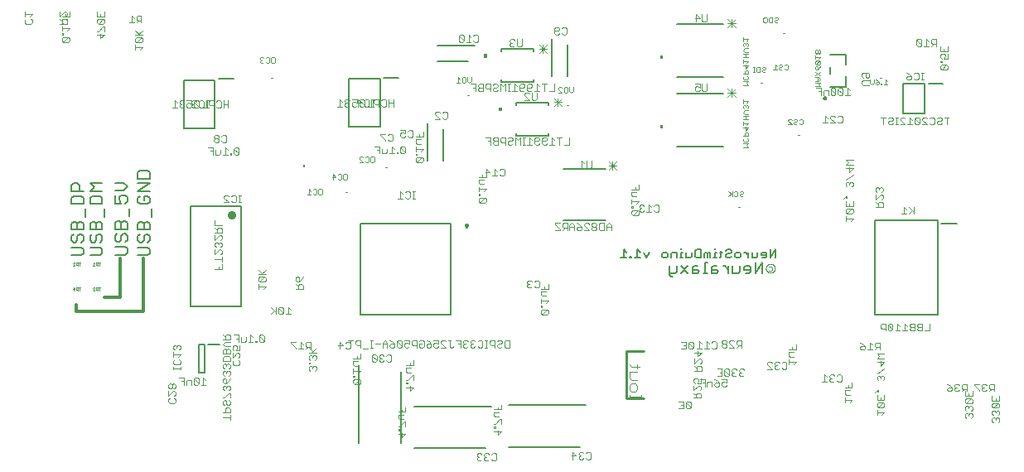
<source format=gbr>
G04 EAGLE Gerber RS-274X export*
G75*
%MOMM*%
%FSLAX34Y34*%
%LPD*%
%INSilkscreen Bottom*%
%IPPOS*%
%AMOC8*
5,1,8,0,0,1.08239X$1,22.5*%
G01*
%ADD10C,0.177800*%
%ADD11C,0.304800*%
%ADD12C,0.076200*%
%ADD13C,0.050800*%
%ADD14C,0.101600*%
%ADD15C,0.254000*%
%ADD16C,0.152400*%
%ADD17C,0.203200*%
%ADD18C,0.884400*%
%ADD19C,0.025400*%
%ADD20C,0.200000*%
%ADD21C,0.250000*%
%ADD22C,0.000000*%

G36*
X484213Y452637D02*
X484213Y452637D01*
X484215Y452636D01*
X484258Y452656D01*
X484302Y452675D01*
X484302Y452677D01*
X484304Y452678D01*
X484337Y452763D01*
X484337Y456573D01*
X484336Y456575D01*
X484337Y456577D01*
X484317Y456620D01*
X484299Y456663D01*
X484297Y456664D01*
X484296Y456666D01*
X484211Y456699D01*
X481671Y456699D01*
X481669Y456698D01*
X481667Y456699D01*
X481624Y456679D01*
X481580Y456660D01*
X481580Y456658D01*
X481578Y456658D01*
X481545Y456573D01*
X481545Y452763D01*
X481546Y452761D01*
X481545Y452759D01*
X481565Y452716D01*
X481583Y452672D01*
X481585Y452671D01*
X481586Y452669D01*
X481671Y452636D01*
X484211Y452636D01*
X484213Y452637D01*
G37*
G36*
X664172Y451370D02*
X664172Y451370D01*
X664174Y451369D01*
X664217Y451389D01*
X664261Y451407D01*
X664261Y451409D01*
X664263Y451410D01*
X664296Y451495D01*
X664296Y455305D01*
X664295Y455307D01*
X664296Y455309D01*
X664276Y455352D01*
X664258Y455396D01*
X664256Y455396D01*
X664255Y455398D01*
X664170Y455431D01*
X661630Y455431D01*
X661628Y455430D01*
X661626Y455431D01*
X661583Y455411D01*
X661539Y455393D01*
X661539Y455391D01*
X661537Y455390D01*
X661504Y455305D01*
X661504Y451495D01*
X661505Y451493D01*
X661504Y451491D01*
X661524Y451448D01*
X661542Y451404D01*
X661544Y451404D01*
X661545Y451402D01*
X661630Y451369D01*
X664170Y451369D01*
X664172Y451370D01*
G37*
G36*
X499453Y398027D02*
X499453Y398027D01*
X499455Y398026D01*
X499498Y398046D01*
X499542Y398065D01*
X499542Y398067D01*
X499544Y398068D01*
X499577Y398153D01*
X499577Y401963D01*
X499576Y401965D01*
X499577Y401967D01*
X499557Y402010D01*
X499539Y402053D01*
X499537Y402054D01*
X499536Y402056D01*
X499451Y402089D01*
X496911Y402089D01*
X496909Y402088D01*
X496907Y402089D01*
X496864Y402069D01*
X496820Y402050D01*
X496820Y402048D01*
X496818Y402048D01*
X496785Y401963D01*
X496785Y398153D01*
X496786Y398151D01*
X496785Y398149D01*
X496805Y398106D01*
X496823Y398062D01*
X496825Y398061D01*
X496826Y398059D01*
X496911Y398026D01*
X499451Y398026D01*
X499453Y398027D01*
G37*
G36*
X664172Y380250D02*
X664172Y380250D01*
X664174Y380249D01*
X664217Y380269D01*
X664261Y380287D01*
X664261Y380289D01*
X664263Y380290D01*
X664296Y380375D01*
X664296Y384185D01*
X664295Y384187D01*
X664296Y384189D01*
X664276Y384232D01*
X664258Y384276D01*
X664256Y384276D01*
X664255Y384278D01*
X664170Y384311D01*
X661630Y384311D01*
X661628Y384310D01*
X661626Y384311D01*
X661583Y384291D01*
X661539Y384273D01*
X661539Y384271D01*
X661537Y384270D01*
X661504Y384185D01*
X661504Y380375D01*
X661505Y380373D01*
X661504Y380371D01*
X661524Y380328D01*
X661542Y380284D01*
X661544Y380284D01*
X661545Y380282D01*
X661630Y380249D01*
X664170Y380249D01*
X664172Y380250D01*
G37*
D10*
X78816Y250731D02*
X89197Y250731D01*
X91273Y252807D01*
X91273Y256959D01*
X89197Y259035D01*
X78816Y259035D01*
X78816Y270057D02*
X80892Y272133D01*
X78816Y270057D02*
X78816Y265904D01*
X80892Y263828D01*
X82969Y263828D01*
X85045Y265904D01*
X85045Y270057D01*
X87121Y272133D01*
X89197Y272133D01*
X91273Y270057D01*
X91273Y265904D01*
X89197Y263828D01*
X91273Y276926D02*
X78816Y276926D01*
X78816Y283154D01*
X80892Y285230D01*
X82969Y285230D01*
X85045Y283154D01*
X87121Y285230D01*
X89197Y285230D01*
X91273Y283154D01*
X91273Y276926D01*
X85045Y276926D02*
X85045Y283154D01*
X93349Y290023D02*
X93349Y298327D01*
X91273Y303120D02*
X78816Y303120D01*
X91273Y303120D02*
X91273Y309348D01*
X89197Y311424D01*
X80892Y311424D01*
X78816Y309348D01*
X78816Y303120D01*
X78816Y316217D02*
X91273Y316217D01*
X82969Y320369D02*
X78816Y316217D01*
X82969Y320369D02*
X78816Y324522D01*
X91273Y324522D01*
X70147Y250731D02*
X59766Y250731D01*
X70147Y250731D02*
X72223Y252807D01*
X72223Y256959D01*
X70147Y259035D01*
X59766Y259035D01*
X59766Y270057D02*
X61842Y272133D01*
X59766Y270057D02*
X59766Y265904D01*
X61842Y263828D01*
X63919Y263828D01*
X65995Y265904D01*
X65995Y270057D01*
X68071Y272133D01*
X70147Y272133D01*
X72223Y270057D01*
X72223Y265904D01*
X70147Y263828D01*
X72223Y276926D02*
X59766Y276926D01*
X59766Y283154D01*
X61842Y285230D01*
X63919Y285230D01*
X65995Y283154D01*
X68071Y285230D01*
X70147Y285230D01*
X72223Y283154D01*
X72223Y276926D01*
X65995Y276926D02*
X65995Y283154D01*
X74299Y290023D02*
X74299Y298327D01*
X72223Y303120D02*
X59766Y303120D01*
X72223Y303120D02*
X72223Y309348D01*
X70147Y311424D01*
X61842Y311424D01*
X59766Y309348D01*
X59766Y303120D01*
X59766Y316217D02*
X72223Y316217D01*
X59766Y316217D02*
X59766Y322446D01*
X61842Y324522D01*
X65995Y324522D01*
X68071Y322446D01*
X68071Y316217D01*
D11*
X109942Y247810D02*
X109942Y207424D01*
X93940Y207424D01*
D10*
X104470Y251239D02*
X114851Y251239D01*
X116927Y253315D01*
X116927Y257467D01*
X114851Y259543D01*
X104470Y259543D01*
X104470Y270565D02*
X106546Y272641D01*
X104470Y270565D02*
X104470Y266412D01*
X106546Y264336D01*
X108623Y264336D01*
X110699Y266412D01*
X110699Y270565D01*
X112775Y272641D01*
X114851Y272641D01*
X116927Y270565D01*
X116927Y266412D01*
X114851Y264336D01*
X116927Y277434D02*
X104470Y277434D01*
X104470Y283662D01*
X106546Y285738D01*
X108623Y285738D01*
X110699Y283662D01*
X112775Y285738D01*
X114851Y285738D01*
X116927Y283662D01*
X116927Y277434D01*
X110699Y277434D02*
X110699Y283662D01*
X119003Y290531D02*
X119003Y298835D01*
X104470Y303628D02*
X104470Y311932D01*
X104470Y303628D02*
X110699Y303628D01*
X108623Y307780D01*
X108623Y309856D01*
X110699Y311932D01*
X114851Y311932D01*
X116927Y309856D01*
X116927Y305704D01*
X114851Y303628D01*
X112775Y316725D02*
X104470Y316725D01*
X112775Y316725D02*
X116927Y320877D01*
X112775Y325030D01*
X104470Y325030D01*
X127584Y250731D02*
X137965Y250731D01*
X140041Y252807D01*
X140041Y256959D01*
X137965Y259035D01*
X127584Y259035D01*
X127584Y270057D02*
X129660Y272133D01*
X127584Y270057D02*
X127584Y265904D01*
X129660Y263828D01*
X131737Y263828D01*
X133813Y265904D01*
X133813Y270057D01*
X135889Y272133D01*
X137965Y272133D01*
X140041Y270057D01*
X140041Y265904D01*
X137965Y263828D01*
X140041Y276926D02*
X127584Y276926D01*
X127584Y283154D01*
X129660Y285230D01*
X131737Y285230D01*
X133813Y283154D01*
X135889Y285230D01*
X137965Y285230D01*
X140041Y283154D01*
X140041Y276926D01*
X133813Y276926D02*
X133813Y283154D01*
X142117Y290023D02*
X142117Y298327D01*
X129660Y311424D02*
X127584Y309348D01*
X127584Y305196D01*
X129660Y303120D01*
X137965Y303120D01*
X140041Y305196D01*
X140041Y309348D01*
X137965Y311424D01*
X133813Y311424D01*
X133813Y307272D01*
X140041Y316217D02*
X127584Y316217D01*
X140041Y324522D01*
X127584Y324522D01*
X127584Y329315D02*
X140041Y329315D01*
X140041Y335543D01*
X137965Y337619D01*
X129660Y337619D01*
X127584Y335543D01*
X127584Y329315D01*
D11*
X133564Y247810D02*
X133564Y193454D01*
X64730Y193454D01*
X64730Y200312D01*
D12*
X281194Y197905D02*
X283651Y195448D01*
X281194Y197905D02*
X281194Y190533D01*
X283651Y190533D02*
X278737Y190533D01*
X276167Y191762D02*
X276167Y196677D01*
X274939Y197905D01*
X272481Y197905D01*
X271252Y196677D01*
X271252Y191762D01*
X272481Y190533D01*
X274939Y190533D01*
X276167Y191762D01*
X271252Y196677D01*
X268683Y197905D02*
X268683Y190533D01*
X268683Y192990D02*
X263768Y197905D01*
X267454Y194219D02*
X263768Y190533D01*
D13*
X745958Y424876D02*
X751551Y424876D01*
X749687Y426740D01*
X751551Y428604D01*
X745958Y428604D01*
X751551Y433285D02*
X750619Y434218D01*
X751551Y433285D02*
X751551Y431421D01*
X750619Y430489D01*
X746890Y430489D01*
X745958Y431421D01*
X745958Y433285D01*
X746890Y434218D01*
X745958Y436102D02*
X751551Y436102D01*
X751551Y438899D01*
X750619Y439831D01*
X748754Y439831D01*
X747822Y438899D01*
X747822Y436102D01*
X745958Y444512D02*
X751551Y444512D01*
X748754Y441715D01*
X748754Y445444D01*
X749687Y447328D02*
X751551Y449193D01*
X745958Y449193D01*
X745958Y451057D02*
X745958Y447328D01*
X745958Y452941D02*
X751551Y452941D01*
X748754Y452941D02*
X748754Y456670D01*
X745958Y456670D02*
X751551Y456670D01*
X751551Y458555D02*
X747822Y458555D01*
X745958Y460419D01*
X747822Y462283D01*
X751551Y462283D01*
X750619Y464168D02*
X751551Y465100D01*
X751551Y466964D01*
X750619Y467896D01*
X749687Y467896D01*
X748754Y466964D01*
X748754Y466032D01*
X748754Y466964D02*
X747822Y467896D01*
X746890Y467896D01*
X745958Y466964D01*
X745958Y465100D01*
X746890Y464168D01*
X749687Y469781D02*
X751551Y471645D01*
X745958Y471645D01*
X745958Y469781D02*
X745958Y473509D01*
X745958Y361376D02*
X751551Y361376D01*
X749687Y363240D01*
X751551Y365104D01*
X745958Y365104D01*
X751551Y369785D02*
X750619Y370718D01*
X751551Y369785D02*
X751551Y367921D01*
X750619Y366989D01*
X746890Y366989D01*
X745958Y367921D01*
X745958Y369785D01*
X746890Y370718D01*
X745958Y372602D02*
X751551Y372602D01*
X751551Y375399D01*
X750619Y376331D01*
X748754Y376331D01*
X747822Y375399D01*
X747822Y372602D01*
X745958Y381012D02*
X751551Y381012D01*
X748754Y378215D01*
X748754Y381944D01*
X749687Y383828D02*
X751551Y385693D01*
X745958Y385693D01*
X745958Y387557D02*
X745958Y383828D01*
X745958Y389441D02*
X751551Y389441D01*
X748754Y389441D02*
X748754Y393170D01*
X745958Y393170D02*
X751551Y393170D01*
X751551Y395055D02*
X747822Y395055D01*
X745958Y396919D01*
X747822Y398783D01*
X751551Y398783D01*
X750619Y400668D02*
X751551Y401600D01*
X751551Y403464D01*
X750619Y404396D01*
X749687Y404396D01*
X748754Y403464D01*
X748754Y402532D01*
X748754Y403464D02*
X747822Y404396D01*
X746890Y404396D01*
X745958Y403464D01*
X745958Y401600D01*
X746890Y400668D01*
X749687Y406281D02*
X751551Y408145D01*
X745958Y408145D01*
X745958Y406281D02*
X745958Y410009D01*
D14*
X630388Y107826D02*
X630388Y103928D01*
X630388Y105877D02*
X642082Y105877D01*
X642082Y103928D02*
X642082Y107826D01*
X630388Y113673D02*
X630388Y117571D01*
X632337Y119520D01*
X636235Y119520D01*
X638184Y117571D01*
X638184Y113673D01*
X636235Y111724D01*
X632337Y111724D01*
X630388Y113673D01*
X632337Y123418D02*
X638184Y123418D01*
X632337Y123418D02*
X630388Y125367D01*
X630388Y131214D01*
X638184Y131214D01*
X640133Y137061D02*
X632337Y137061D01*
X630388Y139010D01*
X638184Y139010D02*
X638184Y135112D01*
D15*
X645120Y152560D02*
X627340Y152560D01*
X627340Y104300D01*
X645120Y104300D01*
D16*
X779740Y248064D02*
X779740Y256707D01*
X773978Y248064D01*
X773978Y256707D01*
X768944Y248064D02*
X766063Y248064D01*
X768944Y248064D02*
X770385Y249505D01*
X770385Y252386D01*
X768944Y253826D01*
X766063Y253826D01*
X764623Y252386D01*
X764623Y250945D01*
X770385Y250945D01*
X761030Y249505D02*
X761030Y253826D01*
X761030Y249505D02*
X759589Y248064D01*
X755267Y248064D01*
X755267Y253826D01*
X751674Y253826D02*
X751674Y248064D01*
X751674Y250945D02*
X748793Y253826D01*
X747353Y253826D01*
X742438Y248064D02*
X739557Y248064D01*
X738116Y249505D01*
X738116Y252386D01*
X739557Y253826D01*
X742438Y253826D01*
X743878Y252386D01*
X743878Y249505D01*
X742438Y248064D01*
X730202Y256707D02*
X728761Y255267D01*
X730202Y256707D02*
X733083Y256707D01*
X734523Y255267D01*
X734523Y253826D01*
X733083Y252386D01*
X730202Y252386D01*
X728761Y250945D01*
X728761Y249505D01*
X730202Y248064D01*
X733083Y248064D01*
X734523Y249505D01*
X723728Y249505D02*
X723728Y255267D01*
X723728Y249505D02*
X722287Y248064D01*
X722287Y253826D02*
X725168Y253826D01*
X718931Y253826D02*
X717491Y253826D01*
X717491Y248064D01*
X718931Y248064D02*
X716050Y248064D01*
X717491Y256707D02*
X717491Y258148D01*
X712695Y253826D02*
X712695Y248064D01*
X712695Y253826D02*
X711254Y253826D01*
X709813Y252386D01*
X709813Y248064D01*
X709813Y252386D02*
X708373Y253826D01*
X706932Y252386D01*
X706932Y248064D01*
X703339Y248064D02*
X703339Y256707D01*
X703339Y248064D02*
X699018Y248064D01*
X697577Y249505D01*
X697577Y255267D01*
X699018Y256707D01*
X703339Y256707D01*
X693984Y253826D02*
X693984Y249505D01*
X692544Y248064D01*
X688222Y248064D01*
X688222Y253826D01*
X684629Y253826D02*
X683188Y253826D01*
X683188Y248064D01*
X681748Y248064D02*
X684629Y248064D01*
X683188Y256707D02*
X683188Y258148D01*
X678392Y253826D02*
X678392Y248064D01*
X678392Y253826D02*
X674071Y253826D01*
X672630Y252386D01*
X672630Y248064D01*
X667596Y248064D02*
X664715Y248064D01*
X663275Y249505D01*
X663275Y252386D01*
X664715Y253826D01*
X667596Y253826D01*
X669037Y252386D01*
X669037Y249505D01*
X667596Y248064D01*
X650327Y253826D02*
X647446Y248064D01*
X644564Y253826D01*
X640971Y253826D02*
X638090Y256707D01*
X638090Y248064D01*
X640971Y248064D02*
X635209Y248064D01*
X631616Y248064D02*
X631616Y249505D01*
X630176Y249505D01*
X630176Y248064D01*
X631616Y248064D01*
X626939Y253826D02*
X624058Y256707D01*
X624058Y248064D01*
X626939Y248064D02*
X621176Y248064D01*
D13*
X772456Y238839D02*
X775252Y238839D01*
X776184Y237906D01*
X776184Y236042D01*
X775252Y235110D01*
X772456Y235110D01*
D14*
X769580Y237396D02*
X769582Y237531D01*
X769588Y237666D01*
X769598Y237800D01*
X769612Y237934D01*
X769630Y238068D01*
X769651Y238201D01*
X769677Y238333D01*
X769707Y238465D01*
X769740Y238596D01*
X769777Y238725D01*
X769819Y238854D01*
X769863Y238981D01*
X769912Y239107D01*
X769964Y239231D01*
X770020Y239354D01*
X770080Y239475D01*
X770143Y239594D01*
X770209Y239711D01*
X770279Y239826D01*
X770353Y239940D01*
X770430Y240051D01*
X770509Y240159D01*
X770593Y240265D01*
X770679Y240369D01*
X770768Y240470D01*
X770860Y240569D01*
X770955Y240664D01*
X771053Y240757D01*
X771153Y240847D01*
X771256Y240934D01*
X771362Y241018D01*
X771470Y241099D01*
X771580Y241176D01*
X771693Y241250D01*
X771808Y241321D01*
X771925Y241389D01*
X772043Y241453D01*
X772164Y241513D01*
X772286Y241570D01*
X772410Y241623D01*
X772536Y241673D01*
X772662Y241719D01*
X772791Y241761D01*
X772920Y241799D01*
X773050Y241833D01*
X773182Y241864D01*
X773314Y241891D01*
X773447Y241913D01*
X773580Y241932D01*
X773714Y241947D01*
X773849Y241958D01*
X773983Y241965D01*
X774118Y241968D01*
X774253Y241967D01*
X774388Y241962D01*
X774522Y241953D01*
X774657Y241940D01*
X774791Y241923D01*
X774924Y241902D01*
X775056Y241878D01*
X775188Y241849D01*
X775319Y241817D01*
X775449Y241780D01*
X775578Y241740D01*
X775705Y241696D01*
X775831Y241648D01*
X775956Y241597D01*
X776079Y241542D01*
X776201Y241483D01*
X776320Y241421D01*
X776438Y241355D01*
X776554Y241286D01*
X776667Y241214D01*
X776779Y241138D01*
X776888Y241059D01*
X776995Y240977D01*
X777099Y240891D01*
X777201Y240803D01*
X777300Y240711D01*
X777397Y240617D01*
X777490Y240520D01*
X777581Y240420D01*
X777669Y240318D01*
X777753Y240213D01*
X777835Y240105D01*
X777913Y239995D01*
X777988Y239883D01*
X778060Y239769D01*
X778128Y239653D01*
X778193Y239534D01*
X778254Y239414D01*
X778312Y239292D01*
X778366Y239169D01*
X778417Y239044D01*
X778463Y238917D01*
X778506Y238790D01*
X778546Y238661D01*
X778581Y238530D01*
X778613Y238399D01*
X778640Y238267D01*
X778664Y238135D01*
X778684Y238001D01*
X778700Y237867D01*
X778712Y237733D01*
X778720Y237598D01*
X778724Y237463D01*
X778724Y237329D01*
X778720Y237194D01*
X778712Y237059D01*
X778700Y236925D01*
X778684Y236791D01*
X778664Y236657D01*
X778640Y236525D01*
X778613Y236393D01*
X778581Y236262D01*
X778546Y236131D01*
X778506Y236002D01*
X778463Y235875D01*
X778417Y235748D01*
X778366Y235623D01*
X778312Y235500D01*
X778254Y235378D01*
X778193Y235258D01*
X778128Y235139D01*
X778060Y235023D01*
X777988Y234909D01*
X777913Y234797D01*
X777835Y234687D01*
X777753Y234579D01*
X777669Y234474D01*
X777581Y234372D01*
X777490Y234272D01*
X777397Y234175D01*
X777300Y234081D01*
X777201Y233989D01*
X777099Y233901D01*
X776995Y233815D01*
X776888Y233733D01*
X776779Y233654D01*
X776667Y233578D01*
X776554Y233506D01*
X776438Y233437D01*
X776320Y233371D01*
X776201Y233309D01*
X776079Y233250D01*
X775956Y233195D01*
X775831Y233144D01*
X775705Y233096D01*
X775578Y233052D01*
X775449Y233012D01*
X775319Y232975D01*
X775188Y232943D01*
X775056Y232914D01*
X774924Y232890D01*
X774791Y232869D01*
X774657Y232852D01*
X774522Y232839D01*
X774388Y232830D01*
X774253Y232825D01*
X774118Y232824D01*
X773983Y232827D01*
X773849Y232834D01*
X773714Y232845D01*
X773580Y232860D01*
X773447Y232879D01*
X773314Y232901D01*
X773182Y232928D01*
X773050Y232959D01*
X772920Y232993D01*
X772791Y233031D01*
X772662Y233073D01*
X772536Y233119D01*
X772410Y233169D01*
X772286Y233222D01*
X772164Y233279D01*
X772043Y233339D01*
X771925Y233403D01*
X771808Y233471D01*
X771693Y233542D01*
X771580Y233616D01*
X771470Y233693D01*
X771362Y233774D01*
X771256Y233858D01*
X771153Y233945D01*
X771053Y234035D01*
X770955Y234128D01*
X770860Y234223D01*
X770768Y234322D01*
X770679Y234423D01*
X770593Y234527D01*
X770509Y234633D01*
X770430Y234741D01*
X770353Y234852D01*
X770279Y234966D01*
X770209Y235081D01*
X770143Y235198D01*
X770080Y235317D01*
X770020Y235438D01*
X769964Y235561D01*
X769912Y235685D01*
X769863Y235811D01*
X769819Y235938D01*
X769777Y236067D01*
X769740Y236196D01*
X769707Y236327D01*
X769677Y236459D01*
X769651Y236591D01*
X769630Y236724D01*
X769612Y236858D01*
X769598Y236992D01*
X769588Y237126D01*
X769582Y237261D01*
X769580Y237396D01*
D17*
X766024Y232570D02*
X766024Y243247D01*
X758906Y232570D01*
X758906Y243247D01*
X752551Y232570D02*
X748991Y232570D01*
X752551Y232570D02*
X754330Y234350D01*
X754330Y237909D01*
X752551Y239688D01*
X748991Y239688D01*
X747212Y237909D01*
X747212Y236129D01*
X754330Y236129D01*
X742636Y234350D02*
X742636Y239688D01*
X742636Y234350D02*
X740857Y232570D01*
X735518Y232570D01*
X735518Y239688D01*
X730942Y239688D02*
X730942Y232570D01*
X730942Y236129D02*
X727383Y239688D01*
X725604Y239688D01*
X719418Y239688D02*
X715859Y239688D01*
X714079Y237909D01*
X714079Y232570D01*
X719418Y232570D01*
X721197Y234350D01*
X719418Y236129D01*
X714079Y236129D01*
X709503Y243247D02*
X707724Y243247D01*
X707724Y232570D01*
X709503Y232570D02*
X705944Y232570D01*
X699928Y239688D02*
X696369Y239688D01*
X694589Y237909D01*
X694589Y232570D01*
X699928Y232570D01*
X701707Y234350D01*
X699928Y236129D01*
X694589Y236129D01*
X690013Y239688D02*
X682895Y232570D01*
X690013Y232570D02*
X682895Y239688D01*
X678319Y239688D02*
X678319Y234350D01*
X676540Y232570D01*
X671201Y232570D01*
X671201Y230791D02*
X671201Y239688D01*
X671201Y230791D02*
X672981Y229011D01*
X674760Y229011D01*
D13*
X819618Y423402D02*
X825211Y423402D01*
X823347Y425266D01*
X825211Y427131D01*
X819618Y427131D01*
X819618Y429015D02*
X823347Y429015D01*
X825211Y430880D01*
X823347Y432744D01*
X819618Y432744D01*
X822414Y432744D02*
X822414Y429015D01*
X825211Y434628D02*
X819618Y438357D01*
X819618Y434628D02*
X825211Y438357D01*
X824279Y442106D02*
X825211Y443970D01*
X824279Y442106D02*
X822414Y440241D01*
X820550Y440241D01*
X819618Y441174D01*
X819618Y443038D01*
X820550Y443970D01*
X821482Y443970D01*
X822414Y443038D01*
X822414Y440241D01*
X820550Y445855D02*
X824279Y445855D01*
X825211Y446787D01*
X825211Y448651D01*
X824279Y449583D01*
X820550Y449583D01*
X819618Y448651D01*
X819618Y446787D01*
X820550Y445855D01*
X824279Y449583D01*
X823347Y451468D02*
X825211Y453332D01*
X819618Y453332D01*
X819618Y451468D02*
X819618Y455196D01*
X824279Y457081D02*
X825211Y458013D01*
X825211Y459877D01*
X824279Y460809D01*
X823347Y460809D01*
X822414Y459877D01*
X821482Y460809D01*
X820550Y460809D01*
X819618Y459877D01*
X819618Y458013D01*
X820550Y457081D01*
X821482Y457081D01*
X822414Y458013D01*
X823347Y457081D01*
X824279Y457081D01*
X822414Y458013D02*
X822414Y459877D01*
D17*
X233270Y300720D02*
X233270Y198720D01*
X181270Y198720D01*
X181270Y300720D01*
X233270Y300720D01*
D18*
X223520Y291720D03*
D12*
X230731Y304861D02*
X233188Y304861D01*
X231959Y304861D02*
X231959Y312233D01*
X230731Y312233D02*
X233188Y312233D01*
X224512Y312233D02*
X223284Y311005D01*
X224512Y312233D02*
X226970Y312233D01*
X228199Y311005D01*
X228199Y306090D01*
X226970Y304861D01*
X224512Y304861D01*
X223284Y306090D01*
X220714Y304861D02*
X215800Y304861D01*
X220714Y304861D02*
X215800Y309776D01*
X215800Y311005D01*
X217028Y312233D01*
X219486Y312233D01*
X220714Y311005D01*
X213695Y236711D02*
X206323Y236711D01*
X213695Y236711D02*
X213695Y241626D01*
X210009Y239168D02*
X210009Y236711D01*
X206323Y246652D02*
X213695Y246652D01*
X213695Y244195D02*
X213695Y249110D01*
X206323Y251679D02*
X206323Y256594D01*
X206323Y251679D02*
X211238Y256594D01*
X212467Y256594D01*
X213695Y255365D01*
X213695Y252908D01*
X212467Y251679D01*
X212467Y259163D02*
X213695Y260392D01*
X213695Y262850D01*
X212467Y264078D01*
X211238Y264078D01*
X210009Y262850D01*
X210009Y261621D01*
X210009Y262850D02*
X208780Y264078D01*
X207552Y264078D01*
X206323Y262850D01*
X206323Y260392D01*
X207552Y259163D01*
X206323Y266648D02*
X206323Y271562D01*
X206323Y266648D02*
X211238Y271562D01*
X212467Y271562D01*
X213695Y270334D01*
X213695Y267876D01*
X212467Y266648D01*
X213695Y274132D02*
X206323Y274132D01*
X213695Y274132D02*
X213695Y277818D01*
X212467Y279047D01*
X210009Y279047D01*
X208780Y277818D01*
X208780Y274132D01*
X208780Y276589D02*
X206323Y279047D01*
X206323Y281616D02*
X213695Y281616D01*
X206323Y281616D02*
X206323Y286531D01*
X289081Y216231D02*
X296453Y216231D01*
X296453Y219917D01*
X295225Y221146D01*
X292767Y221146D01*
X291538Y219917D01*
X291538Y216231D01*
X291538Y218688D02*
X289081Y221146D01*
X295225Y226173D02*
X296453Y228630D01*
X295225Y226173D02*
X292767Y223715D01*
X290310Y223715D01*
X289081Y224944D01*
X289081Y227401D01*
X290310Y228630D01*
X291538Y228630D01*
X292767Y227401D01*
X292767Y223715D01*
X258353Y218688D02*
X255896Y216231D01*
X258353Y218688D02*
X250981Y218688D01*
X250981Y216231D02*
X250981Y221146D01*
X252210Y223715D02*
X257125Y223715D01*
X258353Y224944D01*
X258353Y227401D01*
X257125Y228630D01*
X252210Y228630D01*
X250981Y227401D01*
X250981Y224944D01*
X252210Y223715D01*
X257125Y228630D01*
X258353Y231199D02*
X250981Y231199D01*
X253438Y231199D02*
X258353Y236114D01*
X254667Y232428D02*
X250981Y236114D01*
X131087Y488543D02*
X131087Y495915D01*
X127401Y495915D01*
X126172Y494687D01*
X126172Y492229D01*
X127401Y491000D01*
X131087Y491000D01*
X128630Y491000D02*
X126172Y488543D01*
X123603Y493458D02*
X121146Y495915D01*
X121146Y488543D01*
X123603Y488543D02*
X118688Y488543D01*
X132495Y463446D02*
X130038Y460989D01*
X132495Y463446D02*
X125123Y463446D01*
X125123Y460989D02*
X125123Y465903D01*
X126352Y468473D02*
X131267Y468473D01*
X132495Y469701D01*
X132495Y472159D01*
X131267Y473388D01*
X126352Y473388D01*
X125123Y472159D01*
X125123Y469701D01*
X126352Y468473D01*
X131267Y473388D01*
X132495Y475957D02*
X125123Y475957D01*
X127580Y475957D02*
X132495Y480872D01*
X128809Y477186D02*
X125123Y480872D01*
X19535Y491319D02*
X18307Y492548D01*
X19535Y491319D02*
X19535Y488861D01*
X18307Y487633D01*
X13392Y487633D01*
X12163Y488861D01*
X12163Y491319D01*
X13392Y492548D01*
X17078Y495117D02*
X19535Y497574D01*
X12163Y497574D01*
X12163Y495117D02*
X12163Y500032D01*
X51492Y468922D02*
X56407Y468922D01*
X57635Y470151D01*
X57635Y472608D01*
X56407Y473837D01*
X51492Y473837D01*
X50263Y472608D01*
X50263Y470151D01*
X51492Y468922D01*
X56407Y473837D01*
X51492Y476406D02*
X50263Y476406D01*
X51492Y476406D02*
X51492Y477635D01*
X50263Y477635D01*
X50263Y476406D01*
X55178Y480149D02*
X57635Y482606D01*
X50263Y482606D01*
X50263Y480149D02*
X50263Y485063D01*
X51492Y487633D02*
X55178Y487633D01*
X51492Y487633D02*
X50263Y488861D01*
X50263Y492548D01*
X55178Y492548D01*
X57635Y495117D02*
X50263Y495117D01*
X57635Y495117D02*
X57635Y500032D01*
X53949Y497574D02*
X53949Y495117D01*
X230627Y143513D02*
X231855Y142285D01*
X231855Y139827D01*
X230627Y138599D01*
X225712Y138599D01*
X224483Y139827D01*
X224483Y142285D01*
X225712Y143513D01*
X224483Y146083D02*
X224483Y150998D01*
X224483Y146083D02*
X229398Y150998D01*
X230627Y150998D01*
X231855Y149769D01*
X231855Y147311D01*
X230627Y146083D01*
X231855Y153567D02*
X231855Y158482D01*
X231855Y153567D02*
X228169Y153567D01*
X229398Y156024D01*
X229398Y157253D01*
X228169Y158482D01*
X225712Y158482D01*
X224483Y157253D01*
X224483Y154796D01*
X225712Y153567D01*
X256609Y163200D02*
X256609Y168115D01*
X255380Y169343D01*
X252923Y169343D01*
X251694Y168115D01*
X251694Y163200D01*
X252923Y161971D01*
X255380Y161971D01*
X256609Y163200D01*
X251694Y168115D01*
X249125Y163200D02*
X249125Y161971D01*
X249125Y163200D02*
X247896Y163200D01*
X247896Y161971D01*
X249125Y161971D01*
X245383Y166886D02*
X242925Y169343D01*
X242925Y161971D01*
X240468Y161971D02*
X245383Y161971D01*
X237899Y163200D02*
X237899Y166886D01*
X237899Y163200D02*
X236670Y161971D01*
X232984Y161971D01*
X232984Y166886D01*
X230414Y169343D02*
X230414Y161971D01*
X230414Y169343D02*
X225500Y169343D01*
X227957Y165657D02*
X230414Y165657D01*
X166273Y103267D02*
X165045Y104496D01*
X166273Y103267D02*
X166273Y100810D01*
X165045Y99581D01*
X160130Y99581D01*
X158901Y100810D01*
X158901Y103267D01*
X160130Y104496D01*
X158901Y107065D02*
X158901Y111980D01*
X158901Y107065D02*
X163816Y111980D01*
X165045Y111980D01*
X166273Y110751D01*
X166273Y108294D01*
X165045Y107065D01*
X165045Y114549D02*
X166273Y115778D01*
X166273Y118235D01*
X165045Y119464D01*
X163816Y119464D01*
X162587Y118235D01*
X161358Y119464D01*
X160130Y119464D01*
X158901Y118235D01*
X158901Y115778D01*
X160130Y114549D01*
X161358Y114549D01*
X162587Y115778D01*
X163816Y114549D01*
X165045Y114549D01*
X162587Y115778D02*
X162587Y118235D01*
X194678Y125705D02*
X197136Y123248D01*
X194678Y125705D02*
X194678Y118333D01*
X192221Y118333D02*
X197136Y118333D01*
X189651Y119562D02*
X189651Y124477D01*
X188423Y125705D01*
X185965Y125705D01*
X184737Y124477D01*
X184737Y119562D01*
X185965Y118333D01*
X188423Y118333D01*
X189651Y119562D01*
X184737Y124477D01*
X182167Y123248D02*
X182167Y118333D01*
X182167Y123248D02*
X178481Y123248D01*
X177252Y122019D01*
X177252Y118333D01*
X174683Y118333D02*
X174683Y125705D01*
X169768Y125705D01*
X172226Y122019D02*
X174683Y122019D01*
X55265Y487413D02*
X47893Y487413D01*
X55265Y487413D02*
X55265Y491099D01*
X54037Y492328D01*
X51579Y492328D01*
X50350Y491099D01*
X50350Y487413D01*
X50350Y489870D02*
X47893Y492328D01*
X47893Y494897D02*
X47893Y499812D01*
X47893Y494897D02*
X52808Y499812D01*
X54037Y499812D01*
X55265Y498583D01*
X55265Y496126D01*
X54037Y494897D01*
X85993Y476131D02*
X93365Y476131D01*
X89679Y472444D01*
X89679Y477359D01*
X93365Y479929D02*
X93365Y484843D01*
X92137Y484843D01*
X87222Y479929D01*
X85993Y479929D01*
X87222Y487413D02*
X92137Y487413D01*
X93365Y488641D01*
X93365Y491099D01*
X92137Y492328D01*
X87222Y492328D01*
X85993Y491099D01*
X85993Y488641D01*
X87222Y487413D01*
X92137Y492328D01*
X93365Y494897D02*
X93365Y499812D01*
X93365Y494897D02*
X85993Y494897D01*
X85993Y499812D01*
X89679Y497354D02*
X89679Y494897D01*
X533144Y223855D02*
X534373Y225083D01*
X536830Y225083D01*
X538059Y223855D01*
X538059Y218940D01*
X536830Y217711D01*
X534373Y217711D01*
X533144Y218940D01*
X530575Y223855D02*
X529346Y225083D01*
X526889Y225083D01*
X525660Y223855D01*
X525660Y222626D01*
X526889Y221397D01*
X528117Y221397D01*
X526889Y221397D02*
X525660Y220168D01*
X525660Y218940D01*
X526889Y217711D01*
X529346Y217711D01*
X530575Y218940D01*
X540812Y190382D02*
X545727Y190382D01*
X546955Y191611D01*
X546955Y194068D01*
X545727Y195297D01*
X540812Y195297D01*
X539583Y194068D01*
X539583Y191611D01*
X540812Y190382D01*
X545727Y195297D01*
X540812Y197866D02*
X539583Y197866D01*
X540812Y197866D02*
X540812Y199095D01*
X539583Y199095D01*
X539583Y197866D01*
X544498Y201609D02*
X546955Y204066D01*
X539583Y204066D01*
X539583Y201609D02*
X539583Y206523D01*
X540812Y209093D02*
X544498Y209093D01*
X540812Y209093D02*
X539583Y210321D01*
X539583Y214008D01*
X544498Y214008D01*
X546955Y216577D02*
X539583Y216577D01*
X546955Y216577D02*
X546955Y221492D01*
X543269Y219034D02*
X543269Y216577D01*
X341251Y162485D02*
X340022Y161257D01*
X341251Y162485D02*
X343709Y162485D01*
X344937Y161257D01*
X344937Y156342D01*
X343709Y155113D01*
X341251Y155113D01*
X340022Y156342D01*
X333767Y155113D02*
X333767Y162485D01*
X337453Y158799D01*
X332538Y158799D01*
X349182Y119072D02*
X354097Y119072D01*
X355325Y120301D01*
X355325Y122758D01*
X354097Y123987D01*
X349182Y123987D01*
X347953Y122758D01*
X347953Y120301D01*
X349182Y119072D01*
X354097Y123987D01*
X349182Y126556D02*
X347953Y126556D01*
X349182Y126556D02*
X349182Y127785D01*
X347953Y127785D01*
X347953Y126556D01*
X352868Y130299D02*
X355325Y132756D01*
X347953Y132756D01*
X347953Y130299D02*
X347953Y135213D01*
X349182Y137783D02*
X352868Y137783D01*
X349182Y137783D02*
X347953Y139011D01*
X347953Y142698D01*
X352868Y142698D01*
X355325Y145267D02*
X347953Y145267D01*
X355325Y145267D02*
X355325Y150182D01*
X351639Y147724D02*
X351639Y145267D01*
X403604Y377525D02*
X404833Y378753D01*
X407290Y378753D01*
X408519Y377525D01*
X408519Y372610D01*
X407290Y371381D01*
X404833Y371381D01*
X403604Y372610D01*
X401035Y378753D02*
X396120Y378753D01*
X401035Y378753D02*
X401035Y375067D01*
X398577Y376296D01*
X397349Y376296D01*
X396120Y375067D01*
X396120Y372610D01*
X397349Y371381D01*
X399806Y371381D01*
X401035Y372610D01*
X413050Y345981D02*
X417965Y345981D01*
X419193Y347210D01*
X419193Y349667D01*
X417965Y350896D01*
X413050Y350896D01*
X411821Y349667D01*
X411821Y347210D01*
X413050Y345981D01*
X417965Y350896D01*
X413050Y353465D02*
X411821Y353465D01*
X413050Y353465D02*
X413050Y354694D01*
X411821Y354694D01*
X411821Y353465D01*
X416736Y357207D02*
X419193Y359665D01*
X411821Y359665D01*
X411821Y362122D02*
X411821Y357207D01*
X413050Y364691D02*
X416736Y364691D01*
X413050Y364691D02*
X411821Y365920D01*
X411821Y369606D01*
X416736Y369606D01*
X419193Y372176D02*
X411821Y372176D01*
X419193Y372176D02*
X419193Y377090D01*
X415507Y374633D02*
X415507Y372176D01*
D19*
X88401Y217713D02*
X88401Y214917D01*
X89333Y217713D02*
X87469Y217713D01*
X86526Y217713D02*
X86526Y214917D01*
X86526Y217713D02*
X85128Y217713D01*
X84662Y217247D01*
X84662Y216315D01*
X85128Y215849D01*
X86526Y215849D01*
X83720Y217247D02*
X83254Y217713D01*
X82322Y217713D01*
X81856Y217247D01*
X81856Y216781D01*
X82322Y216315D01*
X82788Y216315D01*
X82322Y216315D02*
X81856Y215849D01*
X81856Y215383D01*
X82322Y214917D01*
X83254Y214917D01*
X83720Y215383D01*
X68111Y214917D02*
X68111Y217713D01*
X69043Y217713D02*
X67179Y217713D01*
X66236Y217713D02*
X66236Y214917D01*
X66236Y217713D02*
X64838Y217713D01*
X64372Y217247D01*
X64372Y216315D01*
X64838Y215849D01*
X66236Y215849D01*
X62032Y214917D02*
X62032Y217713D01*
X63430Y216315D01*
X61566Y216315D01*
X68111Y240317D02*
X68111Y243113D01*
X69043Y243113D02*
X67179Y243113D01*
X66236Y243113D02*
X66236Y240317D01*
X66236Y243113D02*
X64838Y243113D01*
X64372Y242647D01*
X64372Y241715D01*
X64838Y241249D01*
X66236Y241249D01*
X63430Y240317D02*
X61566Y240317D01*
X63430Y240317D02*
X61566Y242181D01*
X61566Y242647D01*
X62032Y243113D01*
X62964Y243113D01*
X63430Y242647D01*
X88401Y243113D02*
X88401Y240317D01*
X89333Y243113D02*
X87469Y243113D01*
X86526Y243113D02*
X86526Y240317D01*
X86526Y243113D02*
X85128Y243113D01*
X84662Y242647D01*
X84662Y241715D01*
X85128Y241249D01*
X86526Y241249D01*
X83720Y242181D02*
X82788Y243113D01*
X82788Y240317D01*
X83720Y240317D02*
X81856Y240317D01*
D20*
X343320Y430960D02*
X375420Y430960D01*
X343320Y430960D02*
X343320Y382160D01*
X375420Y382160D01*
X375420Y430960D01*
X378920Y432610D02*
X394120Y432610D01*
D12*
X368968Y402877D02*
X366510Y402877D01*
X367739Y402877D02*
X367739Y410249D01*
X368968Y410249D02*
X366510Y410249D01*
X360292Y410249D02*
X359064Y409021D01*
X360292Y410249D02*
X362750Y410249D01*
X363978Y409021D01*
X363978Y404106D01*
X362750Y402877D01*
X360292Y402877D01*
X359064Y404106D01*
X352808Y402877D02*
X352808Y410249D01*
X356494Y406563D01*
X351579Y406563D01*
X388926Y402877D02*
X388926Y410249D01*
X388926Y406563D02*
X384011Y406563D01*
X384011Y410249D02*
X384011Y402877D01*
X377755Y410249D02*
X376527Y409021D01*
X377755Y410249D02*
X380213Y410249D01*
X381441Y409021D01*
X381441Y404106D01*
X380213Y402877D01*
X377755Y402877D01*
X376527Y404106D01*
X373957Y402877D02*
X373957Y410249D01*
X370271Y410249D01*
X369042Y409021D01*
X369042Y406563D01*
X370271Y405334D01*
X373957Y405334D01*
X366473Y402877D02*
X366473Y410249D01*
X366473Y402877D02*
X361558Y402877D01*
X358989Y404106D02*
X358989Y409021D01*
X357760Y410249D01*
X355303Y410249D01*
X354074Y409021D01*
X354074Y404106D01*
X355303Y402877D01*
X357760Y402877D01*
X358989Y404106D01*
X354074Y409021D01*
X351505Y410249D02*
X346590Y410249D01*
X351505Y410249D02*
X351505Y406563D01*
X349047Y407792D01*
X347819Y407792D01*
X346590Y406563D01*
X346590Y404106D01*
X347819Y402877D01*
X350276Y402877D01*
X351505Y404106D01*
X344021Y409021D02*
X342792Y410249D01*
X340335Y410249D01*
X339106Y409021D01*
X339106Y407792D01*
X340335Y406563D01*
X341563Y406563D01*
X340335Y406563D02*
X339106Y405334D01*
X339106Y404106D01*
X340335Y402877D01*
X342792Y402877D01*
X344021Y404106D01*
X336537Y407792D02*
X334079Y410249D01*
X334079Y402877D01*
X331622Y402877D02*
X336537Y402877D01*
D20*
X206510Y429690D02*
X174410Y429690D01*
X174410Y380890D01*
X206510Y380890D01*
X206510Y429690D01*
X210010Y431340D02*
X225210Y431340D01*
D12*
X200058Y401607D02*
X197600Y401607D01*
X198829Y401607D02*
X198829Y408979D01*
X200058Y408979D02*
X197600Y408979D01*
X191382Y408979D02*
X190154Y407751D01*
X191382Y408979D02*
X193840Y408979D01*
X195068Y407751D01*
X195068Y402836D01*
X193840Y401607D01*
X191382Y401607D01*
X190154Y402836D01*
X187584Y407751D02*
X186356Y408979D01*
X183898Y408979D01*
X182669Y407751D01*
X182669Y406522D01*
X183898Y405293D01*
X185127Y405293D01*
X183898Y405293D02*
X182669Y404064D01*
X182669Y402836D01*
X183898Y401607D01*
X186356Y401607D01*
X187584Y402836D01*
X220016Y401607D02*
X220016Y408979D01*
X220016Y405293D02*
X215101Y405293D01*
X215101Y408979D02*
X215101Y401607D01*
X208845Y408979D02*
X207617Y407751D01*
X208845Y408979D02*
X211303Y408979D01*
X212531Y407751D01*
X212531Y402836D01*
X211303Y401607D01*
X208845Y401607D01*
X207617Y402836D01*
X205047Y401607D02*
X205047Y408979D01*
X201361Y408979D01*
X200132Y407751D01*
X200132Y405293D01*
X201361Y404064D01*
X205047Y404064D01*
X197563Y401607D02*
X197563Y408979D01*
X197563Y401607D02*
X192648Y401607D01*
X190079Y402836D02*
X190079Y407751D01*
X188850Y408979D01*
X186393Y408979D01*
X185164Y407751D01*
X185164Y402836D01*
X186393Y401607D01*
X188850Y401607D01*
X190079Y402836D01*
X185164Y407751D01*
X182595Y408979D02*
X177680Y408979D01*
X182595Y408979D02*
X182595Y405293D01*
X180137Y406522D01*
X178909Y406522D01*
X177680Y405293D01*
X177680Y402836D01*
X178909Y401607D01*
X181366Y401607D01*
X182595Y402836D01*
X175111Y407751D02*
X173882Y408979D01*
X171425Y408979D01*
X170196Y407751D01*
X170196Y406522D01*
X171425Y405293D01*
X172653Y405293D01*
X171425Y405293D02*
X170196Y404064D01*
X170196Y402836D01*
X171425Y401607D01*
X173882Y401607D01*
X175111Y402836D01*
X167627Y406522D02*
X165169Y408979D01*
X165169Y401607D01*
X162712Y401607D02*
X167627Y401607D01*
X213104Y372445D02*
X214333Y373673D01*
X216790Y373673D01*
X218019Y372445D01*
X218019Y367530D01*
X216790Y366301D01*
X214333Y366301D01*
X213104Y367530D01*
X210535Y372445D02*
X209306Y373673D01*
X206849Y373673D01*
X205620Y372445D01*
X205620Y371216D01*
X206849Y369987D01*
X205620Y368758D01*
X205620Y367530D01*
X206849Y366301D01*
X209306Y366301D01*
X210535Y367530D01*
X210535Y368758D01*
X209306Y369987D01*
X210535Y371216D01*
X210535Y372445D01*
X209306Y369987D02*
X206849Y369987D01*
X230719Y359745D02*
X230719Y354830D01*
X230719Y359745D02*
X229490Y360973D01*
X227033Y360973D01*
X225804Y359745D01*
X225804Y354830D01*
X227033Y353601D01*
X229490Y353601D01*
X230719Y354830D01*
X225804Y359745D01*
X223235Y354830D02*
X223235Y353601D01*
X223235Y354830D02*
X222006Y354830D01*
X222006Y353601D01*
X223235Y353601D01*
X219493Y358516D02*
X217035Y360973D01*
X217035Y353601D01*
X214578Y353601D02*
X219493Y353601D01*
X212009Y354830D02*
X212009Y358516D01*
X212009Y354830D02*
X210780Y353601D01*
X207094Y353601D01*
X207094Y358516D01*
X204524Y360973D02*
X204524Y353601D01*
X204524Y360973D02*
X199610Y360973D01*
X202067Y357287D02*
X204524Y357287D01*
X383284Y373715D02*
X384513Y374943D01*
X386970Y374943D01*
X388199Y373715D01*
X388199Y368800D01*
X386970Y367571D01*
X384513Y367571D01*
X383284Y368800D01*
X380715Y374943D02*
X375800Y374943D01*
X375800Y373715D01*
X380715Y368800D01*
X380715Y367571D01*
X400899Y361015D02*
X400899Y356100D01*
X400899Y361015D02*
X399670Y362243D01*
X397213Y362243D01*
X395984Y361015D01*
X395984Y356100D01*
X397213Y354871D01*
X399670Y354871D01*
X400899Y356100D01*
X395984Y361015D01*
X393415Y356100D02*
X393415Y354871D01*
X393415Y356100D02*
X392186Y356100D01*
X392186Y354871D01*
X393415Y354871D01*
X389673Y359786D02*
X387215Y362243D01*
X387215Y354871D01*
X384758Y354871D02*
X389673Y354871D01*
X382189Y356100D02*
X382189Y359786D01*
X382189Y356100D02*
X380960Y354871D01*
X377274Y354871D01*
X377274Y359786D01*
X374704Y362243D02*
X374704Y354871D01*
X374704Y362243D02*
X369790Y362243D01*
X372247Y358557D02*
X374704Y358557D01*
D16*
X498816Y427896D02*
X532344Y427896D01*
X498816Y427896D02*
X498816Y430182D01*
X498816Y461424D02*
X532344Y461424D01*
X532344Y459138D01*
X532344Y430182D02*
X532344Y427896D01*
X498816Y459138D02*
X498816Y461424D01*
D12*
X537714Y457954D02*
X545679Y465920D01*
X537714Y465920D02*
X545679Y457954D01*
X545679Y461937D02*
X537714Y461937D01*
X541696Y457954D02*
X541696Y465920D01*
D13*
X520152Y465235D02*
X520152Y471591D01*
X520152Y465235D02*
X518881Y463964D01*
X516339Y463964D01*
X515068Y465235D01*
X515068Y471591D01*
X512668Y470319D02*
X511397Y471591D01*
X508855Y471591D01*
X507584Y470319D01*
X507584Y469048D01*
X508855Y467777D01*
X510126Y467777D01*
X508855Y467777D02*
X507584Y466506D01*
X507584Y465235D01*
X508855Y463964D01*
X511397Y463964D01*
X512668Y465235D01*
X552918Y425871D02*
X552918Y418244D01*
X547834Y418244D01*
X542892Y418244D02*
X542892Y425871D01*
X545434Y425871D02*
X540350Y425871D01*
X537950Y423328D02*
X535408Y425871D01*
X535408Y418244D01*
X537950Y418244D02*
X532865Y418244D01*
X530466Y419515D02*
X529194Y418244D01*
X526652Y418244D01*
X525381Y419515D01*
X525381Y424599D01*
X526652Y425871D01*
X529194Y425871D01*
X530466Y424599D01*
X530466Y423328D01*
X529194Y422057D01*
X525381Y422057D01*
X522981Y419515D02*
X521710Y418244D01*
X519168Y418244D01*
X517897Y419515D01*
X517897Y424599D01*
X519168Y425871D01*
X521710Y425871D01*
X522981Y424599D01*
X522981Y423328D01*
X521710Y422057D01*
X517897Y422057D01*
X515497Y423328D02*
X512955Y425871D01*
X512955Y418244D01*
X515497Y418244D02*
X510413Y418244D01*
X508013Y418244D02*
X505471Y418244D01*
X506742Y418244D02*
X506742Y425871D01*
X508013Y425871D02*
X505471Y425871D01*
X503024Y425871D02*
X503024Y418244D01*
X500481Y423328D02*
X503024Y425871D01*
X500481Y423328D02*
X497939Y425871D01*
X497939Y418244D01*
X490455Y424599D02*
X491726Y425871D01*
X494268Y425871D01*
X495539Y424599D01*
X495539Y423328D01*
X494268Y422057D01*
X491726Y422057D01*
X490455Y420786D01*
X490455Y419515D01*
X491726Y418244D01*
X494268Y418244D01*
X495539Y419515D01*
X488055Y418244D02*
X488055Y425871D01*
X484242Y425871D01*
X482971Y424599D01*
X482971Y422057D01*
X484242Y420786D01*
X488055Y420786D01*
X480571Y418244D02*
X480571Y425871D01*
X476758Y425871D01*
X475487Y424599D01*
X475487Y423328D01*
X476758Y422057D01*
X475487Y420786D01*
X475487Y419515D01*
X476758Y418244D01*
X480571Y418244D01*
X480571Y422057D02*
X476758Y422057D01*
X473087Y418244D02*
X473087Y425871D01*
X468003Y425871D01*
X470545Y422057D02*
X473087Y422057D01*
D16*
X514056Y373286D02*
X547584Y373286D01*
X514056Y373286D02*
X514056Y375572D01*
X514056Y406814D02*
X547584Y406814D01*
X547584Y404528D01*
X547584Y375572D02*
X547584Y373286D01*
X514056Y404528D02*
X514056Y406814D01*
D12*
X552954Y403344D02*
X560919Y411310D01*
X552954Y411310D02*
X560919Y403344D01*
X560919Y407327D02*
X552954Y407327D01*
X556936Y403344D02*
X556936Y411310D01*
D13*
X535392Y410625D02*
X535392Y416981D01*
X535392Y410625D02*
X534121Y409354D01*
X531579Y409354D01*
X530308Y410625D01*
X530308Y416981D01*
X527908Y409354D02*
X522824Y409354D01*
X527908Y409354D02*
X522824Y414438D01*
X522824Y415709D01*
X524095Y416981D01*
X526637Y416981D01*
X527908Y415709D01*
X568158Y371261D02*
X568158Y363634D01*
X563074Y363634D01*
X558132Y363634D02*
X558132Y371261D01*
X560674Y371261D02*
X555590Y371261D01*
X553190Y368718D02*
X550648Y371261D01*
X550648Y363634D01*
X553190Y363634D02*
X548105Y363634D01*
X545706Y364905D02*
X544434Y363634D01*
X541892Y363634D01*
X540621Y364905D01*
X540621Y369989D01*
X541892Y371261D01*
X544434Y371261D01*
X545706Y369989D01*
X545706Y368718D01*
X544434Y367447D01*
X540621Y367447D01*
X538221Y364905D02*
X536950Y363634D01*
X534408Y363634D01*
X533137Y364905D01*
X533137Y369989D01*
X534408Y371261D01*
X536950Y371261D01*
X538221Y369989D01*
X538221Y368718D01*
X536950Y367447D01*
X533137Y367447D01*
X530737Y368718D02*
X528195Y371261D01*
X528195Y363634D01*
X530737Y363634D02*
X525653Y363634D01*
X523253Y363634D02*
X520711Y363634D01*
X521982Y363634D02*
X521982Y371261D01*
X523253Y371261D02*
X520711Y371261D01*
X518264Y371261D02*
X518264Y363634D01*
X515721Y368718D02*
X518264Y371261D01*
X515721Y368718D02*
X513179Y371261D01*
X513179Y363634D01*
X505695Y369989D02*
X506966Y371261D01*
X509508Y371261D01*
X510779Y369989D01*
X510779Y368718D01*
X509508Y367447D01*
X506966Y367447D01*
X505695Y366176D01*
X505695Y364905D01*
X506966Y363634D01*
X509508Y363634D01*
X510779Y364905D01*
X503295Y363634D02*
X503295Y371261D01*
X499482Y371261D01*
X498211Y369989D01*
X498211Y367447D01*
X499482Y366176D01*
X503295Y366176D01*
X495811Y363634D02*
X495811Y371261D01*
X491998Y371261D01*
X490727Y369989D01*
X490727Y368718D01*
X491998Y367447D01*
X490727Y366176D01*
X490727Y364905D01*
X491998Y363634D01*
X495811Y363634D01*
X495811Y367447D02*
X491998Y367447D01*
X488327Y363634D02*
X488327Y371261D01*
X483243Y371261D01*
X485785Y367447D02*
X488327Y367447D01*
D16*
X678394Y361856D02*
X726146Y361856D01*
X726146Y415704D02*
X678394Y415704D01*
D12*
X730500Y412996D02*
X738465Y420962D01*
X730500Y420962D02*
X738465Y412996D01*
X738465Y416979D02*
X730500Y416979D01*
X734482Y412996D02*
X734482Y420962D01*
D13*
X709382Y419515D02*
X709382Y425871D01*
X709382Y419515D02*
X708111Y418244D01*
X705569Y418244D01*
X704298Y419515D01*
X704298Y425871D01*
X701898Y425871D02*
X696814Y425871D01*
X701898Y425871D02*
X701898Y422057D01*
X699356Y423328D01*
X698085Y423328D01*
X696814Y422057D01*
X696814Y419515D01*
X698085Y418244D01*
X700627Y418244D01*
X701898Y419515D01*
D16*
X678394Y432976D02*
X726146Y432976D01*
X726146Y486824D02*
X678394Y486824D01*
D12*
X730500Y484116D02*
X738465Y492082D01*
X730500Y492082D02*
X738465Y484116D01*
X738465Y488099D02*
X730500Y488099D01*
X734482Y484116D02*
X734482Y492082D01*
D13*
X709382Y490635D02*
X709382Y496991D01*
X709382Y490635D02*
X708111Y489364D01*
X705569Y489364D01*
X704298Y490635D01*
X704298Y496991D01*
X698085Y496991D02*
X698085Y489364D01*
X701898Y493177D02*
X698085Y496991D01*
X696814Y493177D02*
X701898Y493177D01*
D12*
X498813Y339383D02*
X497584Y338155D01*
X498813Y339383D02*
X501270Y339383D01*
X502499Y338155D01*
X502499Y333240D01*
X501270Y332011D01*
X498813Y332011D01*
X497584Y333240D01*
X495015Y336926D02*
X492557Y339383D01*
X492557Y332011D01*
X490100Y332011D02*
X495015Y332011D01*
X483845Y332011D02*
X483845Y339383D01*
X487531Y335697D01*
X482616Y335697D01*
X482227Y304682D02*
X477312Y304682D01*
X482227Y304682D02*
X483455Y305911D01*
X483455Y308368D01*
X482227Y309597D01*
X477312Y309597D01*
X476083Y308368D01*
X476083Y305911D01*
X477312Y304682D01*
X482227Y309597D01*
X477312Y312166D02*
X476083Y312166D01*
X477312Y312166D02*
X477312Y313395D01*
X476083Y313395D01*
X476083Y312166D01*
X480998Y315909D02*
X483455Y318366D01*
X476083Y318366D01*
X476083Y315909D02*
X476083Y320823D01*
X477312Y323393D02*
X480998Y323393D01*
X477312Y323393D02*
X476083Y324621D01*
X476083Y328308D01*
X480998Y328308D01*
X483455Y330877D02*
X476083Y330877D01*
X483455Y330877D02*
X483455Y335792D01*
X479769Y333334D02*
X479769Y330877D01*
X655064Y301325D02*
X656293Y302553D01*
X658750Y302553D01*
X659979Y301325D01*
X659979Y296410D01*
X658750Y295181D01*
X656293Y295181D01*
X655064Y296410D01*
X652495Y300096D02*
X650037Y302553D01*
X650037Y295181D01*
X647580Y295181D02*
X652495Y295181D01*
X645011Y301325D02*
X643782Y302553D01*
X641325Y302553D01*
X640096Y301325D01*
X640096Y300096D01*
X641325Y298867D01*
X642553Y298867D01*
X641325Y298867D02*
X640096Y297638D01*
X640096Y296410D01*
X641325Y295181D01*
X643782Y295181D01*
X645011Y296410D01*
X638437Y291982D02*
X633522Y291982D01*
X638437Y291982D02*
X639665Y293211D01*
X639665Y295668D01*
X638437Y296897D01*
X633522Y296897D01*
X632293Y295668D01*
X632293Y293211D01*
X633522Y291982D01*
X638437Y296897D01*
X633522Y299466D02*
X632293Y299466D01*
X633522Y299466D02*
X633522Y300695D01*
X632293Y300695D01*
X632293Y299466D01*
X637208Y303209D02*
X639665Y305666D01*
X632293Y305666D01*
X632293Y303209D02*
X632293Y308123D01*
X633522Y310693D02*
X637208Y310693D01*
X633522Y310693D02*
X632293Y311921D01*
X632293Y315608D01*
X637208Y315608D01*
X639665Y318177D02*
X632293Y318177D01*
X639665Y318177D02*
X639665Y323092D01*
X635979Y320634D02*
X635979Y318177D01*
D16*
X605496Y286164D02*
X562824Y286164D01*
X562824Y338996D02*
X605496Y338996D01*
D12*
X608834Y338320D02*
X616799Y346286D01*
X608834Y346286D02*
X616799Y338320D01*
X616799Y342303D02*
X608834Y342303D01*
X612816Y338320D02*
X612816Y346286D01*
D13*
X591272Y347131D02*
X591272Y340775D01*
X590001Y339504D01*
X587459Y339504D01*
X586188Y340775D01*
X586188Y347131D01*
X583788Y344588D02*
X581246Y347131D01*
X581246Y339504D01*
X583788Y339504D02*
X578704Y339504D01*
X611338Y281088D02*
X611338Y276004D01*
X611338Y281088D02*
X608796Y283631D01*
X606254Y281088D01*
X606254Y276004D01*
X606254Y279817D02*
X611338Y279817D01*
X603854Y283631D02*
X603854Y276004D01*
X600041Y276004D01*
X598770Y277275D01*
X598770Y282359D01*
X600041Y283631D01*
X603854Y283631D01*
X596370Y282359D02*
X595099Y283631D01*
X592556Y283631D01*
X591285Y282359D01*
X591285Y281088D01*
X592556Y279817D01*
X591285Y278546D01*
X591285Y277275D01*
X592556Y276004D01*
X595099Y276004D01*
X596370Y277275D01*
X596370Y278546D01*
X595099Y279817D01*
X596370Y281088D01*
X596370Y282359D01*
X595099Y279817D02*
X592556Y279817D01*
X588886Y276004D02*
X583801Y276004D01*
X583801Y281088D02*
X588886Y276004D01*
X583801Y281088D02*
X583801Y282359D01*
X585072Y283631D01*
X587614Y283631D01*
X588886Y282359D01*
X578859Y282359D02*
X576317Y283631D01*
X578859Y282359D02*
X581401Y279817D01*
X581401Y277275D01*
X580130Y276004D01*
X577588Y276004D01*
X576317Y277275D01*
X576317Y278546D01*
X577588Y279817D01*
X581401Y279817D01*
X573917Y281088D02*
X573917Y276004D01*
X573917Y281088D02*
X571375Y283631D01*
X568833Y281088D01*
X568833Y276004D01*
X568833Y279817D02*
X573917Y279817D01*
X566433Y276004D02*
X566433Y283631D01*
X562620Y283631D01*
X561349Y282359D01*
X561349Y279817D01*
X562620Y278546D01*
X566433Y278546D01*
X563891Y278546D02*
X561349Y276004D01*
X558949Y283631D02*
X553865Y283631D01*
X553865Y282359D01*
X558949Y277275D01*
X558949Y276004D01*
X553865Y276004D01*
D20*
X881040Y286500D02*
X945540Y286500D01*
X881040Y286500D02*
X881040Y189980D01*
X945540Y189980D01*
X945540Y286500D01*
X949040Y283340D02*
X965040Y283340D01*
D12*
X920393Y292977D02*
X920393Y300349D01*
X920393Y295434D02*
X915478Y300349D01*
X919164Y296663D02*
X915478Y292977D01*
X912909Y297892D02*
X910452Y300349D01*
X910452Y292977D01*
X912909Y292977D02*
X907994Y292977D01*
X936564Y180969D02*
X936564Y173597D01*
X931649Y173597D01*
X929079Y173597D02*
X929079Y180969D01*
X925393Y180969D01*
X924165Y179741D01*
X924165Y178512D01*
X925393Y177283D01*
X924165Y176054D01*
X924165Y174826D01*
X925393Y173597D01*
X929079Y173597D01*
X929079Y177283D02*
X925393Y177283D01*
X921595Y173597D02*
X921595Y180969D01*
X917909Y180969D01*
X916680Y179741D01*
X916680Y178512D01*
X917909Y177283D01*
X916680Y176054D01*
X916680Y174826D01*
X917909Y173597D01*
X921595Y173597D01*
X921595Y177283D02*
X917909Y177283D01*
X914111Y178512D02*
X911654Y180969D01*
X911654Y173597D01*
X914111Y173597D02*
X909196Y173597D01*
X906627Y178512D02*
X904170Y180969D01*
X904170Y173597D01*
X906627Y173597D02*
X901712Y173597D01*
X899143Y174826D02*
X899143Y179741D01*
X897914Y180969D01*
X895457Y180969D01*
X894228Y179741D01*
X894228Y174826D01*
X895457Y173597D01*
X897914Y173597D01*
X899143Y174826D01*
X894228Y179741D01*
X891659Y180969D02*
X891659Y173597D01*
X891659Y180969D02*
X887972Y180969D01*
X886744Y179741D01*
X886744Y177283D01*
X887972Y176054D01*
X891659Y176054D01*
X885831Y161665D02*
X885831Y154293D01*
X885831Y161665D02*
X882145Y161665D01*
X880917Y160437D01*
X880917Y157979D01*
X882145Y156750D01*
X885831Y156750D01*
X883374Y156750D02*
X880917Y154293D01*
X878347Y159208D02*
X875890Y161665D01*
X875890Y154293D01*
X878347Y154293D02*
X873432Y154293D01*
X868406Y160437D02*
X865948Y161665D01*
X868406Y160437D02*
X870863Y157979D01*
X870863Y155522D01*
X869634Y154293D01*
X867177Y154293D01*
X865948Y155522D01*
X865948Y156750D01*
X867177Y157979D01*
X870863Y157979D01*
X890445Y90336D02*
X887988Y87878D01*
X890445Y90336D02*
X883073Y90336D01*
X883073Y92793D02*
X883073Y87878D01*
X884302Y95362D02*
X889217Y95362D01*
X890445Y96591D01*
X890445Y99049D01*
X889217Y100277D01*
X884302Y100277D01*
X883073Y99049D01*
X883073Y96591D01*
X884302Y95362D01*
X889217Y100277D01*
X890445Y102847D02*
X890445Y107761D01*
X890445Y102847D02*
X883073Y102847D01*
X883073Y107761D01*
X886759Y105304D02*
X886759Y102847D01*
X880616Y110331D02*
X883073Y112788D01*
X884302Y112788D01*
X884302Y111559D01*
X883073Y111559D01*
X883073Y112788D01*
X889217Y122804D02*
X890445Y124033D01*
X890445Y126491D01*
X889217Y127719D01*
X887988Y127719D01*
X886759Y126491D01*
X886759Y125262D01*
X886759Y126491D02*
X885530Y127719D01*
X884302Y127719D01*
X883073Y126491D01*
X883073Y124033D01*
X884302Y122804D01*
X883073Y130289D02*
X890445Y135203D01*
X890445Y141459D02*
X883073Y141459D01*
X886759Y137773D02*
X890445Y141459D01*
X886759Y142688D02*
X886759Y137773D01*
X890445Y145257D02*
X883073Y145257D01*
X885530Y147714D01*
X883073Y150172D01*
X890445Y150172D01*
X889175Y300469D02*
X881803Y300469D01*
X889175Y300469D02*
X889175Y304155D01*
X887947Y305383D01*
X885489Y305383D01*
X884260Y304155D01*
X884260Y300469D01*
X884260Y302926D02*
X881803Y305383D01*
X881803Y307953D02*
X881803Y312868D01*
X881803Y307953D02*
X886718Y312868D01*
X887947Y312868D01*
X889175Y311639D01*
X889175Y309181D01*
X887947Y307953D01*
X887947Y315437D02*
X889175Y316666D01*
X889175Y319123D01*
X887947Y320352D01*
X886718Y320352D01*
X885489Y319123D01*
X885489Y317894D01*
X885489Y319123D02*
X884260Y320352D01*
X883032Y320352D01*
X881803Y319123D01*
X881803Y316666D01*
X883032Y315437D01*
X858695Y288456D02*
X856238Y285998D01*
X858695Y288456D02*
X851323Y288456D01*
X851323Y290913D02*
X851323Y285998D01*
X852552Y293482D02*
X857467Y293482D01*
X858695Y294711D01*
X858695Y297169D01*
X857467Y298397D01*
X852552Y298397D01*
X851323Y297169D01*
X851323Y294711D01*
X852552Y293482D01*
X857467Y298397D01*
X858695Y300967D02*
X858695Y305881D01*
X858695Y300967D02*
X851323Y300967D01*
X851323Y305881D01*
X855009Y303424D02*
X855009Y300967D01*
X848866Y308451D02*
X851323Y310908D01*
X852552Y310908D01*
X852552Y309679D01*
X851323Y309679D01*
X851323Y310908D01*
X857467Y320924D02*
X858695Y322153D01*
X858695Y324611D01*
X857467Y325839D01*
X856238Y325839D01*
X855009Y324611D01*
X855009Y323382D01*
X855009Y324611D02*
X853780Y325839D01*
X852552Y325839D01*
X851323Y324611D01*
X851323Y322153D01*
X852552Y320924D01*
X851323Y328409D02*
X858695Y333323D01*
X858695Y339579D02*
X851323Y339579D01*
X855009Y335893D02*
X858695Y339579D01*
X855009Y340808D02*
X855009Y335893D01*
X858695Y343377D02*
X851323Y343377D01*
X853780Y345834D01*
X851323Y348292D01*
X858695Y348292D01*
D20*
X909660Y425960D02*
X932160Y425960D01*
X909660Y425960D02*
X909660Y395960D01*
X932160Y395960D01*
X932160Y425960D01*
X935660Y426460D02*
X950410Y426460D01*
D12*
X930508Y430137D02*
X928050Y430137D01*
X929279Y430137D02*
X929279Y437509D01*
X930508Y437509D02*
X928050Y437509D01*
X921832Y437509D02*
X920604Y436281D01*
X921832Y437509D02*
X924290Y437509D01*
X925518Y436281D01*
X925518Y431366D01*
X924290Y430137D01*
X921832Y430137D01*
X920604Y431366D01*
X915577Y436281D02*
X913119Y437509D01*
X915577Y436281D02*
X918034Y433823D01*
X918034Y431366D01*
X916806Y430137D01*
X914348Y430137D01*
X913119Y431366D01*
X913119Y432594D01*
X914348Y433823D01*
X918034Y433823D01*
X954245Y391789D02*
X954245Y384417D01*
X956702Y391789D02*
X951788Y391789D01*
X945532Y391789D02*
X944303Y390561D01*
X945532Y391789D02*
X947990Y391789D01*
X949218Y390561D01*
X949218Y389332D01*
X947990Y388103D01*
X945532Y388103D01*
X944303Y386874D01*
X944303Y385646D01*
X945532Y384417D01*
X947990Y384417D01*
X949218Y385646D01*
X938048Y391789D02*
X936819Y390561D01*
X938048Y391789D02*
X940505Y391789D01*
X941734Y390561D01*
X941734Y385646D01*
X940505Y384417D01*
X938048Y384417D01*
X936819Y385646D01*
X934250Y384417D02*
X929335Y384417D01*
X934250Y384417D02*
X929335Y389332D01*
X929335Y390561D01*
X930564Y391789D01*
X933021Y391789D01*
X934250Y390561D01*
X926766Y390561D02*
X926766Y385646D01*
X926766Y390561D02*
X925537Y391789D01*
X923080Y391789D01*
X921851Y390561D01*
X921851Y385646D01*
X923080Y384417D01*
X925537Y384417D01*
X926766Y385646D01*
X921851Y390561D01*
X919282Y389332D02*
X916824Y391789D01*
X916824Y384417D01*
X914367Y384417D02*
X919282Y384417D01*
X911797Y384417D02*
X906883Y384417D01*
X911797Y384417D02*
X906883Y389332D01*
X906883Y390561D01*
X908111Y391789D01*
X910569Y391789D01*
X911797Y390561D01*
X904313Y384417D02*
X901856Y384417D01*
X903085Y384417D02*
X903085Y391789D01*
X904313Y391789D02*
X901856Y391789D01*
X895638Y391789D02*
X894409Y390561D01*
X895638Y391789D02*
X898095Y391789D01*
X899324Y390561D01*
X899324Y389332D01*
X898095Y388103D01*
X895638Y388103D01*
X894409Y386874D01*
X894409Y385646D01*
X895638Y384417D01*
X898095Y384417D01*
X899324Y385646D01*
X889382Y384417D02*
X889382Y391789D01*
X886925Y391789D02*
X891840Y391789D01*
X943389Y464681D02*
X943389Y472053D01*
X939703Y472053D01*
X938474Y470825D01*
X938474Y468367D01*
X939703Y467138D01*
X943389Y467138D01*
X940932Y467138D02*
X938474Y464681D01*
X935905Y469596D02*
X933447Y472053D01*
X933447Y464681D01*
X930990Y464681D02*
X935905Y464681D01*
X928421Y465910D02*
X928421Y470825D01*
X927192Y472053D01*
X924735Y472053D01*
X923506Y470825D01*
X923506Y465910D01*
X924735Y464681D01*
X927192Y464681D01*
X928421Y465910D01*
X923506Y470825D01*
X949162Y440636D02*
X954077Y440636D01*
X955305Y441865D01*
X955305Y444323D01*
X954077Y445551D01*
X949162Y445551D01*
X947933Y444323D01*
X947933Y441865D01*
X949162Y440636D01*
X954077Y445551D01*
X949162Y448121D02*
X947933Y448121D01*
X949162Y448121D02*
X949162Y449349D01*
X947933Y449349D01*
X947933Y448121D01*
X955305Y451863D02*
X955305Y456778D01*
X955305Y451863D02*
X951619Y451863D01*
X952848Y454320D01*
X952848Y455549D01*
X951619Y456778D01*
X949162Y456778D01*
X947933Y455549D01*
X947933Y453091D01*
X949162Y451863D01*
X955305Y459347D02*
X955305Y464262D01*
X955305Y459347D02*
X947933Y459347D01*
X947933Y464262D01*
X951619Y461804D02*
X951619Y459347D01*
D20*
X353800Y138290D02*
X353800Y59040D01*
X396800Y59040D02*
X396800Y132040D01*
D12*
X381790Y147981D02*
X383019Y149209D01*
X385477Y149209D01*
X386705Y147981D01*
X386705Y143066D01*
X385477Y141837D01*
X383019Y141837D01*
X381790Y143066D01*
X379221Y147981D02*
X377992Y149209D01*
X375535Y149209D01*
X374306Y147981D01*
X374306Y146752D01*
X375535Y145523D01*
X376764Y145523D01*
X375535Y145523D02*
X374306Y144294D01*
X374306Y143066D01*
X375535Y141837D01*
X377992Y141837D01*
X379221Y143066D01*
X371737Y143066D02*
X371737Y147981D01*
X370508Y149209D01*
X368051Y149209D01*
X366822Y147981D01*
X366822Y143066D01*
X368051Y141837D01*
X370508Y141837D01*
X371737Y143066D01*
X366822Y147981D01*
X402097Y115788D02*
X409469Y115788D01*
X405783Y112102D01*
X405783Y117017D01*
X403326Y119586D02*
X402097Y119586D01*
X403326Y119586D02*
X403326Y120815D01*
X402097Y120815D01*
X402097Y119586D01*
X409469Y123328D02*
X409469Y128243D01*
X408241Y128243D01*
X403326Y123328D01*
X402097Y123328D01*
X403326Y130812D02*
X407012Y130812D01*
X403326Y130812D02*
X402097Y132041D01*
X402097Y135727D01*
X407012Y135727D01*
X409469Y138296D02*
X402097Y138296D01*
X409469Y138296D02*
X409469Y143211D01*
X405783Y140754D02*
X405783Y138296D01*
D20*
X409900Y96460D02*
X489150Y96460D01*
X482900Y53460D02*
X409900Y53460D01*
D12*
X489090Y47201D02*
X490319Y48429D01*
X492777Y48429D01*
X494005Y47201D01*
X494005Y42286D01*
X492777Y41057D01*
X490319Y41057D01*
X489090Y42286D01*
X486521Y47201D02*
X485292Y48429D01*
X482835Y48429D01*
X481606Y47201D01*
X481606Y45972D01*
X482835Y44743D01*
X484064Y44743D01*
X482835Y44743D02*
X481606Y43514D01*
X481606Y42286D01*
X482835Y41057D01*
X485292Y41057D01*
X486521Y42286D01*
X479037Y47201D02*
X477808Y48429D01*
X475351Y48429D01*
X474122Y47201D01*
X474122Y45972D01*
X475351Y44743D01*
X476580Y44743D01*
X475351Y44743D02*
X474122Y43514D01*
X474122Y42286D01*
X475351Y41057D01*
X477808Y41057D01*
X479037Y42286D01*
X401289Y68068D02*
X393917Y68068D01*
X397603Y64382D02*
X401289Y68068D01*
X397603Y69297D02*
X397603Y64382D01*
X395146Y71866D02*
X393917Y71866D01*
X395146Y71866D02*
X395146Y73095D01*
X393917Y73095D01*
X393917Y71866D01*
X401289Y75608D02*
X401289Y80523D01*
X400061Y80523D01*
X395146Y75608D01*
X393917Y75608D01*
X395146Y83092D02*
X398832Y83092D01*
X395146Y83092D02*
X393917Y84321D01*
X393917Y88007D01*
X398832Y88007D01*
X401289Y90576D02*
X393917Y90576D01*
X401289Y90576D02*
X401289Y95491D01*
X397603Y93034D02*
X397603Y90576D01*
D20*
X506420Y97800D02*
X585670Y97800D01*
X579420Y54800D02*
X506420Y54800D01*
D12*
X585750Y48401D02*
X586979Y49629D01*
X589437Y49629D01*
X590665Y48401D01*
X590665Y43486D01*
X589437Y42257D01*
X586979Y42257D01*
X585750Y43486D01*
X583181Y48401D02*
X581952Y49629D01*
X579495Y49629D01*
X578266Y48401D01*
X578266Y47172D01*
X579495Y45943D01*
X580724Y45943D01*
X579495Y45943D02*
X578266Y44714D01*
X578266Y43486D01*
X579495Y42257D01*
X581952Y42257D01*
X583181Y43486D01*
X572011Y42257D02*
X572011Y49629D01*
X575697Y45943D01*
X570782Y45943D01*
X499009Y70608D02*
X491637Y70608D01*
X495323Y66922D02*
X499009Y70608D01*
X495323Y71837D02*
X495323Y66922D01*
X492866Y74406D02*
X491637Y74406D01*
X492866Y74406D02*
X492866Y75635D01*
X491637Y75635D01*
X491637Y74406D01*
X499009Y78148D02*
X499009Y83063D01*
X497781Y83063D01*
X492866Y78148D01*
X491637Y78148D01*
X492866Y85632D02*
X496552Y85632D01*
X492866Y85632D02*
X491637Y86861D01*
X491637Y90547D01*
X496552Y90547D01*
X499009Y93116D02*
X491637Y93116D01*
X499009Y93116D02*
X499009Y98031D01*
X495323Y95574D02*
X495323Y93116D01*
X785804Y140685D02*
X787033Y141913D01*
X789490Y141913D01*
X790719Y140685D01*
X790719Y135770D01*
X789490Y134541D01*
X787033Y134541D01*
X785804Y135770D01*
X783235Y140685D02*
X782006Y141913D01*
X779549Y141913D01*
X778320Y140685D01*
X778320Y139456D01*
X779549Y138227D01*
X780777Y138227D01*
X779549Y138227D02*
X778320Y136998D01*
X778320Y135770D01*
X779549Y134541D01*
X782006Y134541D01*
X783235Y135770D01*
X775751Y134541D02*
X770836Y134541D01*
X775751Y134541D02*
X770836Y139456D01*
X770836Y140685D01*
X772065Y141913D01*
X774522Y141913D01*
X775751Y140685D01*
X797848Y139309D02*
X800305Y141766D01*
X792933Y141766D01*
X792933Y139309D02*
X792933Y144223D01*
X794162Y146793D02*
X797848Y146793D01*
X794162Y146793D02*
X792933Y148021D01*
X792933Y151708D01*
X797848Y151708D01*
X800305Y154277D02*
X792933Y154277D01*
X800305Y154277D02*
X800305Y159192D01*
X796619Y156734D02*
X796619Y154277D01*
X842104Y127605D02*
X843333Y128833D01*
X845790Y128833D01*
X847019Y127605D01*
X847019Y122690D01*
X845790Y121461D01*
X843333Y121461D01*
X842104Y122690D01*
X839535Y127605D02*
X838306Y128833D01*
X835849Y128833D01*
X834620Y127605D01*
X834620Y126376D01*
X835849Y125147D01*
X837077Y125147D01*
X835849Y125147D02*
X834620Y123918D01*
X834620Y122690D01*
X835849Y121461D01*
X838306Y121461D01*
X839535Y122690D01*
X832051Y126376D02*
X829593Y128833D01*
X829593Y121461D01*
X827136Y121461D02*
X832051Y121461D01*
X855156Y100521D02*
X857613Y102978D01*
X850241Y102978D01*
X850241Y100521D02*
X850241Y105436D01*
X851470Y108005D02*
X855156Y108005D01*
X851470Y108005D02*
X850241Y109234D01*
X850241Y112920D01*
X855156Y112920D01*
X857613Y115489D02*
X850241Y115489D01*
X857613Y115489D02*
X857613Y120404D01*
X853927Y117947D02*
X853927Y115489D01*
D20*
X447780Y282880D02*
X354780Y282880D01*
X354780Y189880D01*
X447780Y189880D01*
X447780Y282880D01*
D21*
X462280Y281380D02*
X462282Y281450D01*
X462288Y281520D01*
X462298Y281589D01*
X462311Y281658D01*
X462329Y281726D01*
X462350Y281793D01*
X462375Y281858D01*
X462404Y281922D01*
X462436Y281985D01*
X462472Y282045D01*
X462511Y282103D01*
X462553Y282159D01*
X462598Y282213D01*
X462646Y282264D01*
X462697Y282312D01*
X462751Y282357D01*
X462807Y282399D01*
X462865Y282438D01*
X462925Y282474D01*
X462988Y282506D01*
X463052Y282535D01*
X463117Y282560D01*
X463184Y282581D01*
X463252Y282599D01*
X463321Y282612D01*
X463390Y282622D01*
X463460Y282628D01*
X463530Y282630D01*
X463600Y282628D01*
X463670Y282622D01*
X463739Y282612D01*
X463808Y282599D01*
X463876Y282581D01*
X463943Y282560D01*
X464008Y282535D01*
X464072Y282506D01*
X464135Y282474D01*
X464195Y282438D01*
X464253Y282399D01*
X464309Y282357D01*
X464363Y282312D01*
X464414Y282264D01*
X464462Y282213D01*
X464507Y282159D01*
X464549Y282103D01*
X464588Y282045D01*
X464624Y281985D01*
X464656Y281922D01*
X464685Y281858D01*
X464710Y281793D01*
X464731Y281726D01*
X464749Y281658D01*
X464762Y281589D01*
X464772Y281520D01*
X464778Y281450D01*
X464780Y281380D01*
X464778Y281310D01*
X464772Y281240D01*
X464762Y281171D01*
X464749Y281102D01*
X464731Y281034D01*
X464710Y280967D01*
X464685Y280902D01*
X464656Y280838D01*
X464624Y280775D01*
X464588Y280715D01*
X464549Y280657D01*
X464507Y280601D01*
X464462Y280547D01*
X464414Y280496D01*
X464363Y280448D01*
X464309Y280403D01*
X464253Y280361D01*
X464195Y280322D01*
X464135Y280286D01*
X464072Y280254D01*
X464008Y280225D01*
X463943Y280200D01*
X463876Y280179D01*
X463808Y280161D01*
X463739Y280148D01*
X463670Y280138D01*
X463600Y280132D01*
X463530Y280130D01*
X463460Y280132D01*
X463390Y280138D01*
X463321Y280148D01*
X463252Y280161D01*
X463184Y280179D01*
X463117Y280200D01*
X463052Y280225D01*
X462988Y280254D01*
X462925Y280286D01*
X462865Y280322D01*
X462807Y280361D01*
X462751Y280403D01*
X462697Y280448D01*
X462646Y280496D01*
X462598Y280547D01*
X462553Y280601D01*
X462511Y280657D01*
X462472Y280715D01*
X462436Y280775D01*
X462404Y280838D01*
X462375Y280902D01*
X462350Y280967D01*
X462329Y281034D01*
X462311Y281102D01*
X462298Y281171D01*
X462288Y281240D01*
X462282Y281310D01*
X462280Y281380D01*
D12*
X410878Y308897D02*
X408420Y308897D01*
X409649Y308897D02*
X409649Y316269D01*
X410878Y316269D02*
X408420Y316269D01*
X402202Y316269D02*
X400974Y315041D01*
X402202Y316269D02*
X404660Y316269D01*
X405888Y315041D01*
X405888Y310126D01*
X404660Y308897D01*
X402202Y308897D01*
X400974Y310126D01*
X398404Y313812D02*
X395947Y316269D01*
X395947Y308897D01*
X398404Y308897D02*
X393489Y308897D01*
X507332Y163869D02*
X507332Y156497D01*
X503646Y156497D01*
X502417Y157726D01*
X502417Y162641D01*
X503646Y163869D01*
X507332Y163869D01*
X496162Y163869D02*
X494933Y162641D01*
X496162Y163869D02*
X498619Y163869D01*
X499848Y162641D01*
X499848Y161412D01*
X498619Y160183D01*
X496162Y160183D01*
X494933Y158954D01*
X494933Y157726D01*
X496162Y156497D01*
X498619Y156497D01*
X499848Y157726D01*
X492364Y156497D02*
X492364Y163869D01*
X488678Y163869D01*
X487449Y162641D01*
X487449Y160183D01*
X488678Y158954D01*
X492364Y158954D01*
X484880Y156497D02*
X482422Y156497D01*
X483651Y156497D02*
X483651Y163869D01*
X484880Y163869D02*
X482422Y163869D01*
X476204Y163869D02*
X474975Y162641D01*
X476204Y163869D02*
X478661Y163869D01*
X479890Y162641D01*
X479890Y157726D01*
X478661Y156497D01*
X476204Y156497D01*
X474975Y157726D01*
X472406Y162641D02*
X471177Y163869D01*
X468720Y163869D01*
X467491Y162641D01*
X467491Y161412D01*
X468720Y160183D01*
X469949Y160183D01*
X468720Y160183D02*
X467491Y158954D01*
X467491Y157726D01*
X468720Y156497D01*
X471177Y156497D01*
X472406Y157726D01*
X464922Y162641D02*
X463693Y163869D01*
X461236Y163869D01*
X460007Y162641D01*
X460007Y161412D01*
X461236Y160183D01*
X462464Y160183D01*
X461236Y160183D02*
X460007Y158954D01*
X460007Y157726D01*
X461236Y156497D01*
X463693Y156497D01*
X464922Y157726D01*
X457438Y156497D02*
X457438Y163869D01*
X452523Y163869D01*
X454980Y160183D02*
X457438Y160183D01*
X449954Y157726D02*
X448725Y156497D01*
X447496Y156497D01*
X446267Y157726D01*
X446267Y163869D01*
X445039Y163869D02*
X447496Y163869D01*
X442469Y156497D02*
X437555Y156497D01*
X442469Y156497D02*
X437555Y161412D01*
X437555Y162641D01*
X438783Y163869D01*
X441241Y163869D01*
X442469Y162641D01*
X434985Y163869D02*
X430070Y163869D01*
X434985Y163869D02*
X434985Y160183D01*
X432528Y161412D01*
X431299Y161412D01*
X430070Y160183D01*
X430070Y157726D01*
X431299Y156497D01*
X433757Y156497D01*
X434985Y157726D01*
X425044Y162641D02*
X422586Y163869D01*
X425044Y162641D02*
X427501Y160183D01*
X427501Y157726D01*
X426272Y156497D01*
X423815Y156497D01*
X422586Y157726D01*
X422586Y158954D01*
X423815Y160183D01*
X427501Y160183D01*
X416331Y163869D02*
X415102Y162641D01*
X416331Y163869D02*
X418788Y163869D01*
X420017Y162641D01*
X420017Y157726D01*
X418788Y156497D01*
X416331Y156497D01*
X415102Y157726D01*
X415102Y160183D01*
X417560Y160183D01*
X412533Y156497D02*
X412533Y163869D01*
X408847Y163869D01*
X407618Y162641D01*
X407618Y160183D01*
X408847Y158954D01*
X412533Y158954D01*
X405049Y163869D02*
X400134Y163869D01*
X405049Y163869D02*
X405049Y160183D01*
X402591Y161412D01*
X401362Y161412D01*
X400134Y160183D01*
X400134Y157726D01*
X401362Y156497D01*
X403820Y156497D01*
X405049Y157726D01*
X397564Y157726D02*
X397564Y162641D01*
X396336Y163869D01*
X393878Y163869D01*
X392650Y162641D01*
X392650Y157726D01*
X393878Y156497D01*
X396336Y156497D01*
X397564Y157726D01*
X392650Y162641D01*
X387623Y162641D02*
X385165Y163869D01*
X387623Y162641D02*
X390080Y160183D01*
X390080Y157726D01*
X388852Y156497D01*
X386394Y156497D01*
X385165Y157726D01*
X385165Y158954D01*
X386394Y160183D01*
X390080Y160183D01*
X382596Y161412D02*
X382596Y156497D01*
X382596Y161412D02*
X380139Y163869D01*
X377681Y161412D01*
X377681Y156497D01*
X377681Y160183D02*
X382596Y160183D01*
X375112Y160183D02*
X370197Y160183D01*
X367628Y156497D02*
X365170Y156497D01*
X366399Y156497D02*
X366399Y163869D01*
X367628Y163869D02*
X365170Y163869D01*
X362638Y155268D02*
X357724Y155268D01*
X355154Y156497D02*
X355154Y163869D01*
X351468Y163869D01*
X350239Y162641D01*
X350239Y160183D01*
X351468Y158954D01*
X355154Y158954D01*
X345213Y156497D02*
X345213Y163869D01*
X347670Y163869D02*
X342755Y163869D01*
D20*
X196000Y159440D02*
X190000Y159440D01*
X190000Y130440D01*
X196000Y130440D01*
X196000Y159440D01*
X199500Y159940D02*
X211500Y159940D01*
D12*
X163917Y136597D02*
X163917Y134140D01*
X163917Y135369D02*
X171289Y135369D01*
X171289Y136597D02*
X171289Y134140D01*
X171289Y142816D02*
X170061Y144044D01*
X171289Y142816D02*
X171289Y140358D01*
X170061Y139129D01*
X165146Y139129D01*
X163917Y140358D01*
X163917Y142816D01*
X165146Y144044D01*
X168832Y146614D02*
X171289Y149071D01*
X163917Y149071D01*
X163917Y146614D02*
X163917Y151528D01*
X170061Y154098D02*
X171289Y155326D01*
X171289Y157784D01*
X170061Y159013D01*
X168832Y159013D01*
X167603Y157784D01*
X167603Y156555D01*
X167603Y157784D02*
X166374Y159013D01*
X165146Y159013D01*
X163917Y157784D01*
X163917Y155326D01*
X165146Y154098D01*
X214717Y85093D02*
X222089Y85093D01*
X222089Y82636D02*
X222089Y87551D01*
X222089Y90120D02*
X214717Y90120D01*
X222089Y90120D02*
X222089Y93806D01*
X220861Y95035D01*
X218403Y95035D01*
X217174Y93806D01*
X217174Y90120D01*
X222089Y101291D02*
X220861Y102519D01*
X222089Y101291D02*
X222089Y98833D01*
X220861Y97604D01*
X219632Y97604D01*
X218403Y98833D01*
X218403Y101291D01*
X217174Y102519D01*
X215946Y102519D01*
X214717Y101291D01*
X214717Y98833D01*
X215946Y97604D01*
X222089Y105089D02*
X222089Y110003D01*
X220861Y110003D01*
X215946Y105089D01*
X214717Y105089D01*
X220861Y112573D02*
X222089Y113801D01*
X222089Y116259D01*
X220861Y117488D01*
X219632Y117488D01*
X218403Y116259D01*
X218403Y115030D01*
X218403Y116259D02*
X217174Y117488D01*
X215946Y117488D01*
X214717Y116259D01*
X214717Y113801D01*
X215946Y112573D01*
X220861Y122514D02*
X222089Y124972D01*
X220861Y122514D02*
X218403Y120057D01*
X215946Y120057D01*
X214717Y121286D01*
X214717Y123743D01*
X215946Y124972D01*
X217174Y124972D01*
X218403Y123743D01*
X218403Y120057D01*
X220861Y127541D02*
X222089Y128770D01*
X222089Y131227D01*
X220861Y132456D01*
X219632Y132456D01*
X218403Y131227D01*
X218403Y129998D01*
X218403Y131227D02*
X217174Y132456D01*
X215946Y132456D01*
X214717Y131227D01*
X214717Y128770D01*
X215946Y127541D01*
X220861Y135025D02*
X222089Y136254D01*
X222089Y138711D01*
X220861Y139940D01*
X219632Y139940D01*
X218403Y138711D01*
X218403Y137483D01*
X218403Y138711D02*
X217174Y139940D01*
X215946Y139940D01*
X214717Y138711D01*
X214717Y136254D01*
X215946Y135025D01*
X214717Y142509D02*
X222089Y142509D01*
X214717Y142509D02*
X214717Y146195D01*
X215946Y147424D01*
X220861Y147424D01*
X222089Y146195D01*
X222089Y142509D01*
X222089Y149993D02*
X214717Y149993D01*
X222089Y149993D02*
X222089Y153680D01*
X220861Y154908D01*
X219632Y154908D01*
X218403Y153680D01*
X217174Y154908D01*
X215946Y154908D01*
X214717Y153680D01*
X214717Y149993D01*
X218403Y149993D02*
X218403Y153680D01*
X217174Y157478D02*
X222089Y157478D01*
X217174Y157478D02*
X214717Y159935D01*
X217174Y162392D01*
X222089Y162392D01*
X222089Y164962D02*
X214717Y164962D01*
X222089Y164962D02*
X222089Y168648D01*
X220861Y169877D01*
X218403Y169877D01*
X217174Y168648D01*
X217174Y164962D01*
X217174Y167419D02*
X214717Y169877D01*
X974531Y119165D02*
X974531Y111793D01*
X974531Y119165D02*
X970845Y119165D01*
X969617Y117937D01*
X969617Y115479D01*
X970845Y114250D01*
X974531Y114250D01*
X972074Y114250D02*
X969617Y111793D01*
X967047Y117937D02*
X965819Y119165D01*
X963361Y119165D01*
X962132Y117937D01*
X962132Y116708D01*
X963361Y115479D01*
X964590Y115479D01*
X963361Y115479D02*
X962132Y114250D01*
X962132Y113022D01*
X963361Y111793D01*
X965819Y111793D01*
X967047Y113022D01*
X957106Y117937D02*
X954648Y119165D01*
X957106Y117937D02*
X959563Y115479D01*
X959563Y113022D01*
X958334Y111793D01*
X955877Y111793D01*
X954648Y113022D01*
X954648Y114250D01*
X955877Y115479D01*
X959563Y115479D01*
X980533Y85590D02*
X979305Y84361D01*
X980533Y85590D02*
X980533Y88047D01*
X979305Y89276D01*
X978076Y89276D01*
X976847Y88047D01*
X976847Y86818D01*
X976847Y88047D02*
X975618Y89276D01*
X974390Y89276D01*
X973161Y88047D01*
X973161Y85590D01*
X974390Y84361D01*
X979305Y91845D02*
X980533Y93074D01*
X980533Y95531D01*
X979305Y96760D01*
X978076Y96760D01*
X976847Y95531D01*
X976847Y94303D01*
X976847Y95531D02*
X975618Y96760D01*
X974390Y96760D01*
X973161Y95531D01*
X973161Y93074D01*
X974390Y91845D01*
X974390Y99329D02*
X979305Y99329D01*
X980533Y100558D01*
X980533Y103015D01*
X979305Y104244D01*
X974390Y104244D01*
X973161Y103015D01*
X973161Y100558D01*
X974390Y99329D01*
X979305Y104244D01*
X980533Y106813D02*
X980533Y111728D01*
X980533Y106813D02*
X973161Y106813D01*
X973161Y111728D01*
X976847Y109271D02*
X976847Y106813D01*
X1002471Y111793D02*
X1002471Y119165D01*
X998785Y119165D01*
X997557Y117937D01*
X997557Y115479D01*
X998785Y114250D01*
X1002471Y114250D01*
X1000014Y114250D02*
X997557Y111793D01*
X994987Y117937D02*
X993759Y119165D01*
X991301Y119165D01*
X990072Y117937D01*
X990072Y116708D01*
X991301Y115479D01*
X992530Y115479D01*
X991301Y115479D02*
X990072Y114250D01*
X990072Y113022D01*
X991301Y111793D01*
X993759Y111793D01*
X994987Y113022D01*
X987503Y119165D02*
X982588Y119165D01*
X982588Y117937D01*
X987503Y113022D01*
X987503Y111793D01*
X1007965Y81053D02*
X1006737Y79824D01*
X1007965Y81053D02*
X1007965Y83511D01*
X1006737Y84739D01*
X1005508Y84739D01*
X1004279Y83511D01*
X1004279Y82282D01*
X1004279Y83511D02*
X1003050Y84739D01*
X1001822Y84739D01*
X1000593Y83511D01*
X1000593Y81053D01*
X1001822Y79824D01*
X1006737Y87309D02*
X1007965Y88537D01*
X1007965Y90995D01*
X1006737Y92223D01*
X1005508Y92223D01*
X1004279Y90995D01*
X1004279Y89766D01*
X1004279Y90995D02*
X1003050Y92223D01*
X1001822Y92223D01*
X1000593Y90995D01*
X1000593Y88537D01*
X1001822Y87309D01*
X1001822Y94793D02*
X1006737Y94793D01*
X1007965Y96021D01*
X1007965Y98479D01*
X1006737Y99708D01*
X1001822Y99708D01*
X1000593Y98479D01*
X1000593Y96021D01*
X1001822Y94793D01*
X1006737Y99708D01*
X1007965Y102277D02*
X1007965Y107192D01*
X1007965Y102277D02*
X1000593Y102277D01*
X1000593Y107192D01*
X1004279Y104734D02*
X1004279Y102277D01*
X303971Y154973D02*
X303971Y162345D01*
X300285Y162345D01*
X299057Y161117D01*
X299057Y158659D01*
X300285Y157430D01*
X303971Y157430D01*
X301514Y157430D02*
X299057Y154973D01*
X296487Y159888D02*
X294030Y162345D01*
X294030Y154973D01*
X296487Y154973D02*
X291572Y154973D01*
X289003Y162345D02*
X284088Y162345D01*
X284088Y161117D01*
X289003Y156202D01*
X289003Y154973D01*
X309973Y133850D02*
X308745Y132621D01*
X309973Y133850D02*
X309973Y136307D01*
X308745Y137536D01*
X307516Y137536D01*
X306287Y136307D01*
X306287Y135078D01*
X306287Y136307D02*
X305058Y137536D01*
X303830Y137536D01*
X302601Y136307D01*
X302601Y133850D01*
X303830Y132621D01*
X303830Y140105D02*
X302601Y140105D01*
X303830Y140105D02*
X303830Y141334D01*
X302601Y141334D01*
X302601Y140105D01*
X308745Y143847D02*
X309973Y145076D01*
X309973Y147533D01*
X308745Y148762D01*
X307516Y148762D01*
X306287Y147533D01*
X306287Y146305D01*
X306287Y147533D02*
X305058Y148762D01*
X303830Y148762D01*
X302601Y147533D01*
X302601Y145076D01*
X303830Y143847D01*
X302601Y151331D02*
X309973Y151331D01*
X305058Y151331D02*
X309973Y156246D01*
X306287Y152560D02*
X302601Y156246D01*
X696301Y132621D02*
X703673Y132621D01*
X703673Y136307D01*
X702445Y137536D01*
X699987Y137536D01*
X698758Y136307D01*
X698758Y132621D01*
X698758Y135078D02*
X696301Y137536D01*
X696301Y140105D02*
X696301Y145020D01*
X696301Y140105D02*
X701216Y145020D01*
X702445Y145020D01*
X703673Y143791D01*
X703673Y141334D01*
X702445Y140105D01*
X703673Y151275D02*
X696301Y151275D01*
X699987Y147589D02*
X703673Y151275D01*
X699987Y152504D02*
X699987Y147589D01*
X695267Y156202D02*
X695267Y161117D01*
X694039Y162345D01*
X691581Y162345D01*
X690352Y161117D01*
X690352Y156202D01*
X691581Y154973D01*
X694039Y154973D01*
X695267Y156202D01*
X690352Y161117D01*
X687783Y162345D02*
X682868Y162345D01*
X687783Y162345D02*
X687783Y154973D01*
X682868Y154973D01*
X685326Y158659D02*
X687783Y158659D01*
X695793Y105089D02*
X703165Y105089D01*
X703165Y108775D01*
X701937Y110003D01*
X699479Y110003D01*
X698250Y108775D01*
X698250Y105089D01*
X698250Y107546D02*
X695793Y110003D01*
X695793Y112573D02*
X695793Y117488D01*
X695793Y112573D02*
X700708Y117488D01*
X701937Y117488D01*
X703165Y116259D01*
X703165Y113801D01*
X701937Y112573D01*
X703165Y120057D02*
X703165Y124972D01*
X703165Y120057D02*
X699479Y120057D01*
X700708Y122514D01*
X700708Y123743D01*
X699479Y124972D01*
X697022Y124972D01*
X695793Y123743D01*
X695793Y121286D01*
X697022Y120057D01*
X692727Y100157D02*
X692727Y95242D01*
X692727Y100157D02*
X691499Y101385D01*
X689041Y101385D01*
X687812Y100157D01*
X687812Y95242D01*
X689041Y94013D01*
X691499Y94013D01*
X692727Y95242D01*
X687812Y100157D01*
X685243Y101385D02*
X680328Y101385D01*
X685243Y101385D02*
X685243Y94013D01*
X680328Y94013D01*
X682786Y97699D02*
X685243Y97699D01*
D16*
X835112Y436278D02*
X835112Y442882D01*
X835112Y456090D02*
X851368Y456090D01*
X851368Y445676D01*
X851368Y423070D02*
X835112Y423070D01*
X851368Y423070D02*
X851368Y433484D01*
X830032Y412910D02*
X829962Y412908D01*
X829892Y412902D01*
X829823Y412893D01*
X829754Y412879D01*
X829686Y412862D01*
X829620Y412841D01*
X829554Y412817D01*
X829490Y412789D01*
X829428Y412757D01*
X829367Y412722D01*
X829308Y412684D01*
X829252Y412642D01*
X829198Y412598D01*
X829146Y412550D01*
X829098Y412500D01*
X829052Y412447D01*
X829009Y412392D01*
X828969Y412335D01*
X828932Y412275D01*
X828899Y412213D01*
X828869Y412150D01*
X828843Y412085D01*
X828820Y412019D01*
X828801Y411952D01*
X828786Y411883D01*
X828774Y411814D01*
X828766Y411745D01*
X828762Y411675D01*
X828762Y411605D01*
X828766Y411535D01*
X828774Y411466D01*
X828786Y411397D01*
X828801Y411328D01*
X828820Y411261D01*
X828843Y411195D01*
X828869Y411130D01*
X828899Y411067D01*
X828932Y411005D01*
X828969Y410945D01*
X829009Y410888D01*
X829052Y410833D01*
X829098Y410780D01*
X829146Y410730D01*
X829198Y410682D01*
X829252Y410638D01*
X829308Y410596D01*
X829367Y410558D01*
X829428Y410523D01*
X829490Y410491D01*
X829554Y410463D01*
X829620Y410439D01*
X829686Y410418D01*
X829754Y410401D01*
X829823Y410387D01*
X829892Y410378D01*
X829962Y410372D01*
X830032Y410370D01*
X830102Y410372D01*
X830172Y410378D01*
X830241Y410387D01*
X830310Y410401D01*
X830378Y410418D01*
X830444Y410439D01*
X830510Y410463D01*
X830574Y410491D01*
X830636Y410523D01*
X830697Y410558D01*
X830756Y410596D01*
X830812Y410638D01*
X830866Y410682D01*
X830918Y410730D01*
X830966Y410780D01*
X831012Y410833D01*
X831055Y410888D01*
X831095Y410945D01*
X831132Y411005D01*
X831165Y411067D01*
X831195Y411130D01*
X831221Y411195D01*
X831244Y411261D01*
X831263Y411328D01*
X831278Y411397D01*
X831290Y411466D01*
X831298Y411535D01*
X831302Y411605D01*
X831302Y411675D01*
X831298Y411745D01*
X831290Y411814D01*
X831278Y411883D01*
X831263Y411952D01*
X831244Y412019D01*
X831221Y412085D01*
X831195Y412150D01*
X831165Y412213D01*
X831132Y412275D01*
X831095Y412335D01*
X831055Y412392D01*
X831012Y412447D01*
X830966Y412500D01*
X830918Y412550D01*
X830866Y412598D01*
X830812Y412642D01*
X830756Y412684D01*
X830697Y412722D01*
X830636Y412757D01*
X830574Y412789D01*
X830510Y412817D01*
X830444Y412841D01*
X830378Y412862D01*
X830310Y412879D01*
X830241Y412893D01*
X830172Y412902D01*
X830102Y412908D01*
X830032Y412910D01*
D13*
X868895Y424848D02*
X875251Y424848D01*
X868895Y424848D02*
X867624Y426119D01*
X867624Y428661D01*
X868895Y429932D01*
X875251Y429932D01*
X868895Y432332D02*
X867624Y433603D01*
X867624Y436145D01*
X868895Y437417D01*
X873979Y437417D01*
X875251Y436145D01*
X875251Y433603D01*
X873979Y432332D01*
X872708Y432332D01*
X871437Y433603D01*
X871437Y437417D01*
D12*
X843845Y393485D02*
X842617Y392257D01*
X843845Y393485D02*
X846303Y393485D01*
X847531Y392257D01*
X847531Y387342D01*
X846303Y386113D01*
X843845Y386113D01*
X842617Y387342D01*
X840047Y386113D02*
X835132Y386113D01*
X840047Y386113D02*
X835132Y391028D01*
X835132Y392257D01*
X836361Y393485D01*
X838819Y393485D01*
X840047Y392257D01*
X832563Y391028D02*
X830106Y393485D01*
X830106Y386113D01*
X832563Y386113D02*
X827648Y386113D01*
X855559Y419476D02*
X853102Y421933D01*
X853102Y414561D01*
X855559Y414561D02*
X850644Y414561D01*
X848075Y415790D02*
X848075Y420705D01*
X846846Y421933D01*
X844389Y421933D01*
X843160Y420705D01*
X843160Y415790D01*
X844389Y414561D01*
X846846Y414561D01*
X848075Y415790D01*
X843160Y420705D01*
X840591Y420705D02*
X840591Y415790D01*
X840591Y420705D02*
X839362Y421933D01*
X836905Y421933D01*
X835676Y420705D01*
X835676Y415790D01*
X836905Y414561D01*
X839362Y414561D01*
X840591Y415790D01*
X835676Y420705D01*
X833107Y419476D02*
X833107Y414561D01*
X833107Y419476D02*
X829420Y419476D01*
X828192Y418247D01*
X828192Y414561D01*
X825622Y414561D02*
X825622Y421933D01*
X820708Y421933D01*
X823165Y418247D02*
X825622Y418247D01*
D20*
X550760Y433740D02*
X550760Y471990D01*
X566760Y465740D02*
X566760Y433740D01*
D12*
X560948Y482681D02*
X562177Y483909D01*
X564634Y483909D01*
X565863Y482681D01*
X565863Y477766D01*
X564634Y476537D01*
X562177Y476537D01*
X560948Y477766D01*
X558379Y477766D02*
X557150Y476537D01*
X554693Y476537D01*
X553464Y477766D01*
X553464Y482681D01*
X554693Y483909D01*
X557150Y483909D01*
X558379Y482681D01*
X558379Y481452D01*
X557150Y480223D01*
X553464Y480223D01*
D20*
X471790Y465360D02*
X433540Y465360D01*
X433540Y449360D02*
X465540Y449360D01*
D12*
X470710Y475061D02*
X471939Y476289D01*
X474397Y476289D01*
X475625Y475061D01*
X475625Y470146D01*
X474397Y468917D01*
X471939Y468917D01*
X470710Y470146D01*
X468141Y473832D02*
X465684Y476289D01*
X465684Y468917D01*
X468141Y468917D02*
X463226Y468917D01*
X460657Y470146D02*
X460657Y475061D01*
X459428Y476289D01*
X456971Y476289D01*
X455742Y475061D01*
X455742Y470146D01*
X456971Y468917D01*
X459428Y468917D01*
X460657Y470146D01*
X455742Y475061D01*
D20*
X423760Y385630D02*
X423760Y347380D01*
X439760Y347380D02*
X439760Y379380D01*
D12*
X439028Y396321D02*
X440257Y397549D01*
X442714Y397549D01*
X443943Y396321D01*
X443943Y391406D01*
X442714Y390177D01*
X440257Y390177D01*
X439028Y391406D01*
X436459Y390177D02*
X431544Y390177D01*
X436459Y390177D02*
X431544Y395092D01*
X431544Y396321D01*
X432773Y397549D01*
X435230Y397549D01*
X436459Y396321D01*
D13*
X315004Y318427D02*
X313140Y318427D01*
X315004Y318427D02*
X315936Y317495D01*
X315936Y313766D01*
X315004Y312834D01*
X313140Y312834D01*
X312208Y313766D01*
X312208Y317495D01*
X313140Y318427D01*
X307527Y318427D02*
X306594Y317495D01*
X307527Y318427D02*
X309391Y318427D01*
X310323Y317495D01*
X310323Y313766D01*
X309391Y312834D01*
X307527Y312834D01*
X306594Y313766D01*
X304710Y316563D02*
X302846Y318427D01*
X302846Y312834D01*
X304710Y312834D02*
X300981Y312834D01*
D22*
X297394Y341875D02*
X297140Y341875D01*
X297394Y341790D02*
X297394Y341959D01*
X297394Y342024D02*
X297140Y342024D01*
X297394Y342024D02*
X297394Y342151D01*
X297352Y342193D01*
X297267Y342193D01*
X297225Y342151D01*
X297225Y342024D01*
X297140Y342342D02*
X297394Y342342D01*
X297394Y342258D02*
X297394Y342427D01*
X297394Y342492D02*
X297140Y342492D01*
X297394Y342492D02*
X297394Y342619D01*
X297352Y342661D01*
X297267Y342661D01*
X297225Y342619D01*
X297225Y342492D01*
X297182Y342726D02*
X297352Y342726D01*
X297394Y342768D01*
X297394Y342853D01*
X297352Y342895D01*
X297182Y342895D01*
X297140Y342853D01*
X297140Y342768D01*
X297182Y342726D01*
X297352Y342895D01*
X297352Y342959D02*
X297394Y343002D01*
X297394Y343086D01*
X297352Y343129D01*
X297309Y343129D01*
X297267Y343086D01*
X297225Y343129D01*
X297182Y343129D01*
X297140Y343086D01*
X297140Y343002D01*
X297182Y342959D01*
X297225Y342959D01*
X297267Y343002D01*
X297309Y342959D01*
X297352Y342959D01*
X297267Y343002D02*
X297267Y343086D01*
X297140Y343193D02*
X297394Y343193D01*
X297394Y343320D01*
X297352Y343363D01*
X297267Y343363D01*
X297225Y343320D01*
X297225Y343193D01*
X297225Y343278D02*
X297140Y343363D01*
D13*
X366480Y351447D02*
X368344Y351447D01*
X369276Y350515D01*
X369276Y346786D01*
X368344Y345854D01*
X366480Y345854D01*
X365548Y346786D01*
X365548Y350515D01*
X366480Y351447D01*
X360867Y351447D02*
X359934Y350515D01*
X360867Y351447D02*
X362731Y351447D01*
X363663Y350515D01*
X363663Y346786D01*
X362731Y345854D01*
X360867Y345854D01*
X359934Y346786D01*
X358050Y345854D02*
X354321Y345854D01*
X358050Y345854D02*
X354321Y349583D01*
X354321Y350515D01*
X355253Y351447D01*
X357118Y351447D01*
X358050Y350515D01*
D22*
X382145Y340774D02*
X382145Y340520D01*
X382230Y340774D02*
X382061Y340774D01*
X381996Y340774D02*
X381996Y340520D01*
X381996Y340774D02*
X381869Y340774D01*
X381827Y340732D01*
X381827Y340647D01*
X381869Y340605D01*
X381996Y340605D01*
X381678Y340520D02*
X381678Y340774D01*
X381762Y340774D02*
X381593Y340774D01*
X381528Y340774D02*
X381528Y340520D01*
X381528Y340774D02*
X381401Y340774D01*
X381359Y340732D01*
X381359Y340647D01*
X381401Y340605D01*
X381528Y340605D01*
X381295Y340562D02*
X381295Y340732D01*
X381252Y340774D01*
X381167Y340774D01*
X381125Y340732D01*
X381125Y340562D01*
X381167Y340520D01*
X381252Y340520D01*
X381295Y340562D01*
X381125Y340732D01*
X381061Y340732D02*
X381018Y340774D01*
X380934Y340774D01*
X380891Y340732D01*
X380891Y340689D01*
X380934Y340647D01*
X380891Y340605D01*
X380891Y340562D01*
X380934Y340520D01*
X381018Y340520D01*
X381061Y340562D01*
X381061Y340605D01*
X381018Y340647D01*
X381061Y340689D01*
X381061Y340732D01*
X381018Y340647D02*
X380934Y340647D01*
X380827Y340520D02*
X380827Y340774D01*
X380700Y340774D01*
X380657Y340732D01*
X380657Y340647D01*
X380700Y340605D01*
X380827Y340605D01*
X380742Y340605D02*
X380657Y340520D01*
D13*
X266744Y453047D02*
X264880Y453047D01*
X266744Y453047D02*
X267676Y452115D01*
X267676Y448386D01*
X266744Y447454D01*
X264880Y447454D01*
X263948Y448386D01*
X263948Y452115D01*
X264880Y453047D01*
X259267Y453047D02*
X258334Y452115D01*
X259267Y453047D02*
X261131Y453047D01*
X262063Y452115D01*
X262063Y448386D01*
X261131Y447454D01*
X259267Y447454D01*
X258334Y448386D01*
X256450Y452115D02*
X255518Y453047D01*
X253653Y453047D01*
X252721Y452115D01*
X252721Y451183D01*
X253653Y450250D01*
X254586Y450250D01*
X253653Y450250D02*
X252721Y449318D01*
X252721Y448386D01*
X253653Y447454D01*
X255518Y447454D01*
X256450Y448386D01*
D22*
X265305Y432214D02*
X265305Y431960D01*
X265390Y432214D02*
X265221Y432214D01*
X265156Y432214D02*
X265156Y431960D01*
X265156Y432214D02*
X265029Y432214D01*
X264987Y432172D01*
X264987Y432087D01*
X265029Y432045D01*
X265156Y432045D01*
X264838Y431960D02*
X264838Y432214D01*
X264922Y432214D02*
X264753Y432214D01*
X264688Y432214D02*
X264688Y431960D01*
X264688Y432214D02*
X264561Y432214D01*
X264519Y432172D01*
X264519Y432087D01*
X264561Y432045D01*
X264688Y432045D01*
X264455Y432129D02*
X264370Y432214D01*
X264370Y431960D01*
X264455Y431960D02*
X264285Y431960D01*
X264221Y432002D02*
X264221Y432172D01*
X264178Y432214D01*
X264094Y432214D01*
X264051Y432172D01*
X264051Y432002D01*
X264094Y431960D01*
X264178Y431960D01*
X264221Y432002D01*
X264051Y432172D01*
X263987Y432214D02*
X263987Y431960D01*
X263987Y432214D02*
X263860Y432214D01*
X263817Y432172D01*
X263817Y432087D01*
X263860Y432045D01*
X263987Y432045D01*
X263902Y432045D02*
X263817Y431960D01*
D13*
X338540Y333667D02*
X340404Y333667D01*
X341336Y332735D01*
X341336Y329006D01*
X340404Y328074D01*
X338540Y328074D01*
X337608Y329006D01*
X337608Y332735D01*
X338540Y333667D01*
X332927Y333667D02*
X331994Y332735D01*
X332927Y333667D02*
X334791Y333667D01*
X335723Y332735D01*
X335723Y329006D01*
X334791Y328074D01*
X332927Y328074D01*
X331994Y329006D01*
X327313Y328074D02*
X327313Y333667D01*
X330110Y330870D01*
X326381Y330870D01*
D22*
X341505Y315374D02*
X341505Y315120D01*
X341590Y315374D02*
X341421Y315374D01*
X341356Y315374D02*
X341356Y315120D01*
X341356Y315374D02*
X341229Y315374D01*
X341187Y315332D01*
X341187Y315247D01*
X341229Y315205D01*
X341356Y315205D01*
X341038Y315120D02*
X341038Y315374D01*
X341122Y315374D02*
X340953Y315374D01*
X340888Y315374D02*
X340888Y315120D01*
X340888Y315374D02*
X340761Y315374D01*
X340719Y315332D01*
X340719Y315247D01*
X340761Y315205D01*
X340888Y315205D01*
X340655Y315289D02*
X340570Y315374D01*
X340570Y315120D01*
X340655Y315120D02*
X340485Y315120D01*
X340421Y315162D02*
X340421Y315332D01*
X340378Y315374D01*
X340294Y315374D01*
X340251Y315332D01*
X340251Y315162D01*
X340294Y315120D01*
X340378Y315120D01*
X340421Y315162D01*
X340251Y315332D01*
X340187Y315374D02*
X340187Y315120D01*
X340187Y315374D02*
X340060Y315374D01*
X340017Y315332D01*
X340017Y315247D01*
X340060Y315205D01*
X340187Y315205D01*
X340102Y315205D02*
X340017Y315120D01*
D13*
X468336Y428998D02*
X468336Y432727D01*
X468336Y428998D02*
X466472Y427134D01*
X464608Y428998D01*
X464608Y432727D01*
X461791Y432727D02*
X459927Y432727D01*
X461791Y432727D02*
X462723Y431795D01*
X462723Y428066D01*
X461791Y427134D01*
X459927Y427134D01*
X458994Y428066D01*
X458994Y431795D01*
X459927Y432727D01*
X457110Y430863D02*
X455246Y432727D01*
X455246Y427134D01*
X457110Y427134D02*
X453381Y427134D01*
D22*
X465965Y414434D02*
X465965Y414180D01*
X466050Y414434D02*
X465881Y414434D01*
X465816Y414434D02*
X465816Y414180D01*
X465816Y414434D02*
X465689Y414434D01*
X465647Y414392D01*
X465647Y414307D01*
X465689Y414265D01*
X465816Y414265D01*
X465498Y414180D02*
X465498Y414434D01*
X465582Y414434D02*
X465413Y414434D01*
X465348Y414434D02*
X465348Y414180D01*
X465348Y414434D02*
X465221Y414434D01*
X465179Y414392D01*
X465179Y414307D01*
X465221Y414265D01*
X465348Y414265D01*
X465115Y414349D02*
X465030Y414434D01*
X465030Y414180D01*
X465115Y414180D02*
X464945Y414180D01*
X464881Y414222D02*
X464881Y414392D01*
X464838Y414434D01*
X464754Y414434D01*
X464711Y414392D01*
X464711Y414222D01*
X464754Y414180D01*
X464838Y414180D01*
X464881Y414222D01*
X464711Y414392D01*
X464647Y414434D02*
X464647Y414180D01*
X464647Y414434D02*
X464520Y414434D01*
X464477Y414392D01*
X464477Y414307D01*
X464520Y414265D01*
X464647Y414265D01*
X464562Y414265D02*
X464477Y414180D01*
D13*
X572476Y418838D02*
X572476Y422567D01*
X572476Y418838D02*
X570612Y416974D01*
X568748Y418838D01*
X568748Y422567D01*
X565931Y422567D02*
X564067Y422567D01*
X565931Y422567D02*
X566863Y421635D01*
X566863Y417906D01*
X565931Y416974D01*
X564067Y416974D01*
X563134Y417906D01*
X563134Y421635D01*
X564067Y422567D01*
X561250Y416974D02*
X557521Y416974D01*
X561250Y416974D02*
X557521Y420703D01*
X557521Y421635D01*
X558453Y422567D01*
X560318Y422567D01*
X561250Y421635D01*
D22*
X567565Y404274D02*
X567565Y404020D01*
X567650Y404274D02*
X567481Y404274D01*
X567416Y404274D02*
X567416Y404020D01*
X567416Y404274D02*
X567289Y404274D01*
X567247Y404232D01*
X567247Y404147D01*
X567289Y404105D01*
X567416Y404105D01*
X567098Y404020D02*
X567098Y404274D01*
X567182Y404274D02*
X567013Y404274D01*
X566948Y404274D02*
X566948Y404020D01*
X566948Y404274D02*
X566821Y404274D01*
X566779Y404232D01*
X566779Y404147D01*
X566821Y404105D01*
X566948Y404105D01*
X566715Y404189D02*
X566630Y404274D01*
X566630Y404020D01*
X566715Y404020D02*
X566545Y404020D01*
X566481Y404062D02*
X566481Y404232D01*
X566438Y404274D01*
X566354Y404274D01*
X566311Y404232D01*
X566311Y404062D01*
X566354Y404020D01*
X566438Y404020D01*
X566481Y404062D01*
X566311Y404232D01*
X566247Y404274D02*
X566247Y404020D01*
X566247Y404274D02*
X566120Y404274D01*
X566077Y404232D01*
X566077Y404147D01*
X566120Y404105D01*
X566247Y404105D01*
X566162Y404105D02*
X566077Y404020D01*
D13*
X891843Y430606D02*
X893707Y428742D01*
X891843Y430606D02*
X891843Y425013D01*
X893707Y425013D02*
X889979Y425013D01*
X888094Y425013D02*
X888094Y425945D01*
X887162Y425945D01*
X887162Y425013D01*
X888094Y425013D01*
X883423Y429674D02*
X881559Y430606D01*
X883423Y429674D02*
X885287Y427809D01*
X885287Y425945D01*
X884355Y425013D01*
X882491Y425013D01*
X881559Y425945D01*
X881559Y426877D01*
X882491Y427809D01*
X885287Y427809D01*
X879674Y426877D02*
X879674Y430606D01*
X879674Y426877D02*
X877810Y425013D01*
X875946Y426877D01*
X875946Y430606D01*
D22*
X887605Y431960D02*
X887605Y432214D01*
X887521Y432214D02*
X887690Y432214D01*
X887456Y432214D02*
X887456Y431960D01*
X887456Y432214D02*
X887329Y432214D01*
X887287Y432172D01*
X887287Y432087D01*
X887329Y432045D01*
X887456Y432045D01*
X887138Y431960D02*
X887138Y432214D01*
X887222Y432214D02*
X887053Y432214D01*
X886988Y432214D02*
X886988Y431960D01*
X886988Y432214D02*
X886861Y432214D01*
X886819Y432172D01*
X886819Y432087D01*
X886861Y432045D01*
X886988Y432045D01*
X886755Y432129D02*
X886670Y432214D01*
X886670Y431960D01*
X886755Y431960D02*
X886585Y431960D01*
X886521Y432002D02*
X886521Y432172D01*
X886478Y432214D01*
X886394Y432214D01*
X886351Y432172D01*
X886351Y432002D01*
X886394Y431960D01*
X886478Y431960D01*
X886521Y432002D01*
X886351Y432172D01*
X886287Y432214D02*
X886287Y431960D01*
X886287Y432214D02*
X886160Y432214D01*
X886117Y432172D01*
X886117Y432087D01*
X886160Y432045D01*
X886287Y432045D01*
X886202Y432045D02*
X886117Y431960D01*
D13*
X743591Y316306D02*
X742659Y315374D01*
X743591Y316306D02*
X745455Y316306D01*
X746387Y315374D01*
X746387Y314442D01*
X745455Y313509D01*
X743591Y313509D01*
X742659Y312577D01*
X742659Y311645D01*
X743591Y310713D01*
X745455Y310713D01*
X746387Y311645D01*
X737978Y316306D02*
X737045Y315374D01*
X737978Y316306D02*
X739842Y316306D01*
X740774Y315374D01*
X740774Y311645D01*
X739842Y310713D01*
X737978Y310713D01*
X737045Y311645D01*
X735161Y310713D02*
X735161Y316306D01*
X735161Y312577D02*
X731432Y316306D01*
X734229Y313509D02*
X731432Y310713D01*
D22*
X742825Y300134D02*
X742825Y299880D01*
X742910Y300134D02*
X742741Y300134D01*
X742676Y300134D02*
X742676Y299880D01*
X742676Y300134D02*
X742549Y300134D01*
X742507Y300092D01*
X742507Y300007D01*
X742549Y299965D01*
X742676Y299965D01*
X742358Y299880D02*
X742358Y300134D01*
X742442Y300134D02*
X742273Y300134D01*
X742208Y300134D02*
X742208Y299880D01*
X742208Y300134D02*
X742081Y300134D01*
X742039Y300092D01*
X742039Y300007D01*
X742081Y299965D01*
X742208Y299965D01*
X741975Y300049D02*
X741890Y300134D01*
X741890Y299880D01*
X741975Y299880D02*
X741805Y299880D01*
X741741Y299922D02*
X741741Y300092D01*
X741698Y300134D01*
X741614Y300134D01*
X741571Y300092D01*
X741571Y299922D01*
X741614Y299880D01*
X741698Y299880D01*
X741741Y299922D01*
X741571Y300092D01*
X741507Y300134D02*
X741507Y299880D01*
X741507Y300134D02*
X741380Y300134D01*
X741337Y300092D01*
X741337Y300007D01*
X741380Y299965D01*
X741507Y299965D01*
X741422Y299965D02*
X741337Y299880D01*
D13*
X765519Y442374D02*
X766451Y443306D01*
X768315Y443306D01*
X769247Y442374D01*
X769247Y441442D01*
X768315Y440509D01*
X766451Y440509D01*
X765519Y439577D01*
X765519Y438645D01*
X766451Y437713D01*
X768315Y437713D01*
X769247Y438645D01*
X763634Y437713D02*
X763634Y443306D01*
X763634Y437713D02*
X760838Y437713D01*
X759905Y438645D01*
X759905Y442374D01*
X760838Y443306D01*
X763634Y443306D01*
X758021Y437713D02*
X756157Y437713D01*
X757089Y437713D02*
X757089Y443306D01*
X758021Y443306D02*
X756157Y443306D01*
D22*
X765685Y427134D02*
X765685Y426880D01*
X765770Y427134D02*
X765601Y427134D01*
X765536Y427134D02*
X765536Y426880D01*
X765536Y427134D02*
X765409Y427134D01*
X765367Y427092D01*
X765367Y427007D01*
X765409Y426965D01*
X765536Y426965D01*
X765218Y426880D02*
X765218Y427134D01*
X765302Y427134D02*
X765133Y427134D01*
X765068Y427134D02*
X765068Y426880D01*
X765068Y427134D02*
X764941Y427134D01*
X764899Y427092D01*
X764899Y427007D01*
X764941Y426965D01*
X765068Y426965D01*
X764835Y427049D02*
X764750Y427134D01*
X764750Y426880D01*
X764835Y426880D02*
X764665Y426880D01*
X764601Y426922D02*
X764601Y427092D01*
X764558Y427134D01*
X764474Y427134D01*
X764431Y427092D01*
X764431Y426922D01*
X764474Y426880D01*
X764558Y426880D01*
X764601Y426922D01*
X764431Y427092D01*
X764367Y427134D02*
X764367Y426880D01*
X764367Y427134D02*
X764240Y427134D01*
X764197Y427092D01*
X764197Y427007D01*
X764240Y426965D01*
X764367Y426965D01*
X764282Y426965D02*
X764197Y426880D01*
D13*
X778219Y493174D02*
X779151Y494106D01*
X781015Y494106D01*
X781947Y493174D01*
X781947Y492242D01*
X781015Y491309D01*
X779151Y491309D01*
X778219Y490377D01*
X778219Y489445D01*
X779151Y488513D01*
X781015Y488513D01*
X781947Y489445D01*
X776334Y488513D02*
X776334Y494106D01*
X776334Y488513D02*
X773538Y488513D01*
X772605Y489445D01*
X772605Y493174D01*
X773538Y494106D01*
X776334Y494106D01*
X769789Y494106D02*
X767924Y494106D01*
X769789Y494106D02*
X770721Y493174D01*
X770721Y489445D01*
X769789Y488513D01*
X767924Y488513D01*
X766992Y489445D01*
X766992Y493174D01*
X767924Y494106D01*
D22*
X788545Y477934D02*
X788545Y477680D01*
X788630Y477934D02*
X788461Y477934D01*
X788396Y477934D02*
X788396Y477680D01*
X788396Y477934D02*
X788269Y477934D01*
X788227Y477892D01*
X788227Y477807D01*
X788269Y477765D01*
X788396Y477765D01*
X788078Y477680D02*
X788078Y477934D01*
X788162Y477934D02*
X787993Y477934D01*
X787928Y477934D02*
X787928Y477680D01*
X787928Y477934D02*
X787801Y477934D01*
X787759Y477892D01*
X787759Y477807D01*
X787801Y477765D01*
X787928Y477765D01*
X787695Y477849D02*
X787610Y477934D01*
X787610Y477680D01*
X787695Y477680D02*
X787525Y477680D01*
X787461Y477722D02*
X787461Y477892D01*
X787418Y477934D01*
X787334Y477934D01*
X787291Y477892D01*
X787291Y477722D01*
X787334Y477680D01*
X787418Y477680D01*
X787461Y477722D01*
X787291Y477892D01*
X787227Y477934D02*
X787227Y477680D01*
X787227Y477934D02*
X787100Y477934D01*
X787057Y477892D01*
X787057Y477807D01*
X787100Y477765D01*
X787227Y477765D01*
X787142Y477765D02*
X787057Y477680D01*
D13*
X789311Y445846D02*
X788379Y444914D01*
X789311Y445846D02*
X791175Y445846D01*
X792107Y444914D01*
X792107Y441185D01*
X791175Y440253D01*
X789311Y440253D01*
X788379Y441185D01*
X783698Y445846D02*
X782765Y444914D01*
X783698Y445846D02*
X785562Y445846D01*
X786494Y444914D01*
X786494Y443982D01*
X785562Y443049D01*
X783698Y443049D01*
X782765Y442117D01*
X782765Y441185D01*
X783698Y440253D01*
X785562Y440253D01*
X786494Y441185D01*
X780881Y443982D02*
X779017Y445846D01*
X779017Y440253D01*
X780881Y440253D02*
X777152Y440253D01*
X804551Y389966D02*
X803619Y389034D01*
X804551Y389966D02*
X806415Y389966D01*
X807347Y389034D01*
X807347Y385305D01*
X806415Y384373D01*
X804551Y384373D01*
X803619Y385305D01*
X798938Y389966D02*
X798005Y389034D01*
X798938Y389966D02*
X800802Y389966D01*
X801734Y389034D01*
X801734Y388102D01*
X800802Y387169D01*
X798938Y387169D01*
X798005Y386237D01*
X798005Y385305D01*
X798938Y384373D01*
X800802Y384373D01*
X801734Y385305D01*
X796121Y384373D02*
X792392Y384373D01*
X796121Y384373D02*
X792392Y388102D01*
X792392Y389034D01*
X793324Y389966D01*
X795189Y389966D01*
X796121Y389034D01*
D22*
X803785Y373794D02*
X803785Y373540D01*
X803870Y373794D02*
X803701Y373794D01*
X803636Y373794D02*
X803636Y373540D01*
X803636Y373794D02*
X803509Y373794D01*
X803467Y373752D01*
X803467Y373667D01*
X803509Y373625D01*
X803636Y373625D01*
X803318Y373540D02*
X803318Y373794D01*
X803402Y373794D02*
X803233Y373794D01*
X803168Y373794D02*
X803168Y373540D01*
X803168Y373794D02*
X803041Y373794D01*
X802999Y373752D01*
X802999Y373667D01*
X803041Y373625D01*
X803168Y373625D01*
X802935Y373582D02*
X802935Y373752D01*
X802892Y373794D01*
X802807Y373794D01*
X802765Y373752D01*
X802765Y373582D01*
X802807Y373540D01*
X802892Y373540D01*
X802935Y373582D01*
X802765Y373752D01*
X802701Y373752D02*
X802658Y373794D01*
X802574Y373794D01*
X802531Y373752D01*
X802531Y373709D01*
X802574Y373667D01*
X802531Y373625D01*
X802531Y373582D01*
X802574Y373540D01*
X802658Y373540D01*
X802701Y373582D01*
X802701Y373625D01*
X802658Y373667D01*
X802701Y373709D01*
X802701Y373752D01*
X802658Y373667D02*
X802574Y373667D01*
X802467Y373540D02*
X802467Y373794D01*
X802340Y373794D01*
X802297Y373752D01*
X802297Y373667D01*
X802340Y373625D01*
X802467Y373625D01*
X802382Y373625D02*
X802297Y373540D01*
D12*
X744601Y163963D02*
X744601Y156591D01*
X744601Y163963D02*
X740915Y163963D01*
X739686Y162735D01*
X739686Y160277D01*
X740915Y159048D01*
X744601Y159048D01*
X742144Y159048D02*
X739686Y156591D01*
X737117Y156591D02*
X732202Y156591D01*
X737117Y156591D02*
X732202Y161506D01*
X732202Y162735D01*
X733431Y163963D01*
X735888Y163963D01*
X737117Y162735D01*
X729633Y162735D02*
X728404Y163963D01*
X725947Y163963D01*
X724718Y162735D01*
X724718Y161506D01*
X725947Y160277D01*
X724718Y159048D01*
X724718Y157820D01*
X725947Y156591D01*
X728404Y156591D01*
X729633Y157820D01*
X729633Y159048D01*
X728404Y160277D01*
X729633Y161506D01*
X729633Y162735D01*
X728404Y160277D02*
X725947Y160277D01*
X745912Y134753D02*
X747141Y133525D01*
X745912Y134753D02*
X743455Y134753D01*
X742226Y133525D01*
X742226Y132296D01*
X743455Y131067D01*
X744684Y131067D01*
X743455Y131067D02*
X742226Y129838D01*
X742226Y128610D01*
X743455Y127381D01*
X745912Y127381D01*
X747141Y128610D01*
X739657Y133525D02*
X738428Y134753D01*
X735971Y134753D01*
X734742Y133525D01*
X734742Y132296D01*
X735971Y131067D01*
X737199Y131067D01*
X735971Y131067D02*
X734742Y129838D01*
X734742Y128610D01*
X735971Y127381D01*
X738428Y127381D01*
X739657Y128610D01*
X732173Y128610D02*
X732173Y133525D01*
X730944Y134753D01*
X728487Y134753D01*
X727258Y133525D01*
X727258Y128610D01*
X728487Y127381D01*
X730944Y127381D01*
X732173Y128610D01*
X727258Y133525D01*
X724689Y134753D02*
X719774Y134753D01*
X724689Y134753D02*
X724689Y127381D01*
X719774Y127381D01*
X722231Y131067D02*
X724689Y131067D01*
D13*
X713736Y161295D02*
X715007Y162567D01*
X717549Y162567D01*
X718820Y161295D01*
X718820Y156211D01*
X717549Y154940D01*
X715007Y154940D01*
X713736Y156211D01*
X711336Y160024D02*
X708794Y162567D01*
X708794Y154940D01*
X711336Y154940D02*
X706252Y154940D01*
X703852Y160024D02*
X701310Y162567D01*
X701310Y154940D01*
X703852Y154940D02*
X698767Y154940D01*
X724404Y124213D02*
X729488Y124213D01*
X729488Y120399D01*
X726946Y121670D01*
X725675Y121670D01*
X724404Y120399D01*
X724404Y117857D01*
X725675Y116586D01*
X728217Y116586D01*
X729488Y117857D01*
X719462Y122941D02*
X716920Y124213D01*
X719462Y122941D02*
X722004Y120399D01*
X722004Y117857D01*
X720733Y116586D01*
X718191Y116586D01*
X716920Y117857D01*
X716920Y119128D01*
X718191Y120399D01*
X722004Y120399D01*
X714520Y121670D02*
X714520Y116586D01*
X714520Y121670D02*
X710706Y121670D01*
X709435Y120399D01*
X709435Y116586D01*
X707036Y116586D02*
X707036Y124213D01*
X701951Y124213D01*
X704493Y120399D02*
X707036Y120399D01*
M02*

</source>
